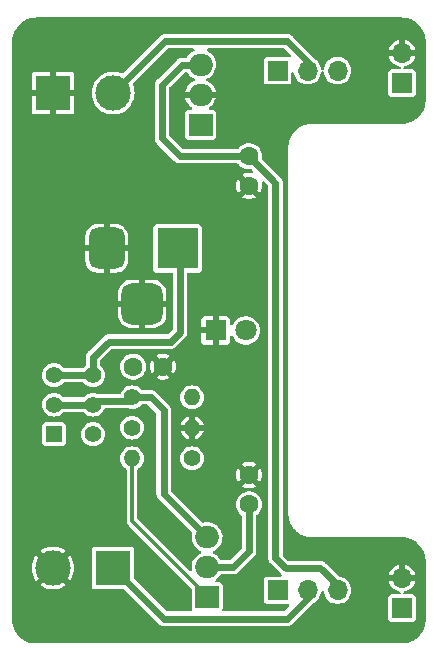
<source format=gbr>
%TF.GenerationSoftware,KiCad,Pcbnew,7.0.7*%
%TF.CreationDate,2023-12-09T08:29:27-03:00*%
%TF.ProjectId,bread_board_power_supply,62726561-645f-4626-9f61-72645f706f77,A*%
%TF.SameCoordinates,Original*%
%TF.FileFunction,Copper,L1,Top*%
%TF.FilePolarity,Positive*%
%FSLAX46Y46*%
G04 Gerber Fmt 4.6, Leading zero omitted, Abs format (unit mm)*
G04 Created by KiCad (PCBNEW 7.0.7) date 2023-12-09 08:29:27*
%MOMM*%
%LPD*%
G01*
G04 APERTURE LIST*
G04 Aperture macros list*
%AMRoundRect*
0 Rectangle with rounded corners*
0 $1 Rounding radius*
0 $2 $3 $4 $5 $6 $7 $8 $9 X,Y pos of 4 corners*
0 Add a 4 corners polygon primitive as box body*
4,1,4,$2,$3,$4,$5,$6,$7,$8,$9,$2,$3,0*
0 Add four circle primitives for the rounded corners*
1,1,$1+$1,$2,$3*
1,1,$1+$1,$4,$5*
1,1,$1+$1,$6,$7*
1,1,$1+$1,$8,$9*
0 Add four rect primitives between the rounded corners*
20,1,$1+$1,$2,$3,$4,$5,0*
20,1,$1+$1,$4,$5,$6,$7,0*
20,1,$1+$1,$6,$7,$8,$9,0*
20,1,$1+$1,$8,$9,$2,$3,0*%
G04 Aperture macros list end*
%TA.AperFunction,ComponentPad*%
%ADD10R,3.000000X3.000000*%
%TD*%
%TA.AperFunction,ComponentPad*%
%ADD11C,3.000000*%
%TD*%
%TA.AperFunction,ComponentPad*%
%ADD12C,1.600000*%
%TD*%
%TA.AperFunction,ComponentPad*%
%ADD13R,1.700000X1.700000*%
%TD*%
%TA.AperFunction,ComponentPad*%
%ADD14O,1.700000X1.700000*%
%TD*%
%TA.AperFunction,ComponentPad*%
%ADD15R,1.800000X1.800000*%
%TD*%
%TA.AperFunction,ComponentPad*%
%ADD16C,1.800000*%
%TD*%
%TA.AperFunction,ComponentPad*%
%ADD17C,1.400000*%
%TD*%
%TA.AperFunction,ComponentPad*%
%ADD18O,1.400000X1.400000*%
%TD*%
%TA.AperFunction,ComponentPad*%
%ADD19R,1.400000X1.400000*%
%TD*%
%TA.AperFunction,ComponentPad*%
%ADD20R,3.500000X3.500000*%
%TD*%
%TA.AperFunction,ComponentPad*%
%ADD21RoundRect,0.750000X-0.750000X-1.000000X0.750000X-1.000000X0.750000X1.000000X-0.750000X1.000000X0*%
%TD*%
%TA.AperFunction,ComponentPad*%
%ADD22RoundRect,0.875000X-0.875000X-0.875000X0.875000X-0.875000X0.875000X0.875000X-0.875000X0.875000X0*%
%TD*%
%TA.AperFunction,ComponentPad*%
%ADD23R,2.000000X1.905000*%
%TD*%
%TA.AperFunction,ComponentPad*%
%ADD24O,2.000000X1.905000*%
%TD*%
%TA.AperFunction,Conductor*%
%ADD25C,0.609600*%
%TD*%
%TA.AperFunction,Conductor*%
%ADD26C,0.304800*%
%TD*%
G04 APERTURE END LIST*
D10*
%TO.P,J7,1,Pin_1*%
%TO.N,/DOWN*%
X134536100Y-116601600D03*
D11*
%TO.P,J7,2,Pin_2*%
%TO.N,GND*%
X129456100Y-116601600D03*
%TD*%
D12*
%TO.P,C3,1*%
%TO.N,/3V3*%
X146050000Y-111232000D03*
%TO.P,C3,2*%
%TO.N,GND*%
X146050000Y-108732000D03*
%TD*%
D13*
%TO.P,J6,1,Pin_1*%
%TO.N,/3V3*%
X148460000Y-118500000D03*
D14*
%TO.P,J6,2,Pin_2*%
%TO.N,/DOWN*%
X151000000Y-118500000D03*
%TO.P,J6,3,Pin_3*%
%TO.N,/5V*%
X153540000Y-118500000D03*
%TD*%
D15*
%TO.P,D1,1,K*%
%TO.N,GND*%
X143225000Y-96500000D03*
D16*
%TO.P,D1,2,A*%
%TO.N,Net-(D1-A)*%
X145765000Y-96500000D03*
%TD*%
D17*
%TO.P,R2,1*%
%TO.N,/3V3*%
X141224000Y-107315000D03*
D18*
%TO.P,R2,2*%
%TO.N,Net-(U2-ADJ)*%
X136144000Y-107315000D03*
%TD*%
D10*
%TO.P,J4,1,Pin_1*%
%TO.N,GND*%
X129463900Y-76398400D03*
D11*
%TO.P,J4,2,Pin_2*%
%TO.N,/UP*%
X134543900Y-76398400D03*
%TD*%
D13*
%TO.P,J3,1,Pin_1*%
%TO.N,/3V3*%
X148460000Y-74500000D03*
D14*
%TO.P,J3,2,Pin_2*%
%TO.N,/UP*%
X151000000Y-74500000D03*
%TO.P,J3,3,Pin_3*%
%TO.N,/5V*%
X153540000Y-74500000D03*
%TD*%
D19*
%TO.P,SW1,1,A*%
%TO.N,unconnected-(SW1A-A-Pad1)*%
X129540000Y-105277500D03*
D17*
%TO.P,SW1,2,B*%
%TO.N,/12V*%
X129540000Y-102777500D03*
%TO.P,SW1,3,C*%
%TO.N,Net-(SW1A-C)*%
X129540000Y-100277500D03*
%TO.P,SW1,4,A*%
%TO.N,unconnected-(SW1B-A-Pad4)*%
X132840000Y-105277500D03*
%TO.P,SW1,5,B*%
%TO.N,/12V*%
X132840000Y-102777500D03*
%TO.P,SW1,6,C*%
%TO.N,Net-(SW1A-C)*%
X132840000Y-100277500D03*
%TD*%
D20*
%TO.P,J1,1*%
%TO.N,Net-(SW1A-C)*%
X140000000Y-89542500D03*
D21*
%TO.P,J1,2*%
%TO.N,GND*%
X134000000Y-89542500D03*
D22*
%TO.P,J1,3*%
X137000000Y-94242500D03*
%TD*%
D13*
%TO.P,J2,1,Pin_1*%
%TO.N,/UP*%
X159000000Y-75540000D03*
D14*
%TO.P,J2,2,Pin_2*%
%TO.N,GND*%
X159000000Y-73000000D03*
%TD*%
D12*
%TO.P,C2,1*%
%TO.N,/5V*%
X146050000Y-81750000D03*
%TO.P,C2,2*%
%TO.N,GND*%
X146050000Y-84250000D03*
%TD*%
D23*
%TO.P,U1,1,VI*%
%TO.N,/12V*%
X141945000Y-79080000D03*
D24*
%TO.P,U1,2,GND*%
%TO.N,GND*%
X141945000Y-76540000D03*
%TO.P,U1,3,VO*%
%TO.N,/5V*%
X141945000Y-74000000D03*
%TD*%
D12*
%TO.P,C1,1*%
%TO.N,/12V*%
X136244000Y-99568000D03*
%TO.P,C1,2*%
%TO.N,GND*%
X138744000Y-99568000D03*
%TD*%
D17*
%TO.P,R1,1*%
%TO.N,/12V*%
X136144000Y-102150333D03*
D18*
%TO.P,R1,2*%
%TO.N,Net-(D1-A)*%
X141224000Y-102150333D03*
%TD*%
D17*
%TO.P,R3,1*%
%TO.N,Net-(U2-ADJ)*%
X136144000Y-104732666D03*
D18*
%TO.P,R3,2*%
%TO.N,GND*%
X141224000Y-104732666D03*
%TD*%
D13*
%TO.P,J5,1,Pin_1*%
%TO.N,/DOWN*%
X159000000Y-120000000D03*
D14*
%TO.P,J5,2,Pin_2*%
%TO.N,GND*%
X159000000Y-117460000D03*
%TD*%
D23*
%TO.P,U2,1,ADJ*%
%TO.N,Net-(U2-ADJ)*%
X142500000Y-119080000D03*
D24*
%TO.P,U2,2,VO*%
%TO.N,/3V3*%
X142500000Y-116540000D03*
%TO.P,U2,3,VI*%
%TO.N,/12V*%
X142500000Y-114000000D03*
%TD*%
D25*
%TO.N,Net-(SW1A-C)*%
X140208000Y-89750500D02*
X140000000Y-89542500D01*
X134162800Y-97434400D02*
X139420600Y-97434400D01*
X140208000Y-96647000D02*
X140208000Y-89750500D01*
X132840000Y-98757200D02*
X134162800Y-97434400D01*
X132840000Y-100277500D02*
X132840000Y-98757200D01*
X139420600Y-97434400D02*
X140208000Y-96647000D01*
%TO.N,/5V*%
X149148800Y-116636800D02*
X152095200Y-116636800D01*
X152095200Y-116636800D02*
X153540000Y-118081600D01*
X148285200Y-115773200D02*
X149148800Y-116636800D01*
X153540000Y-118081600D02*
X153540000Y-118500000D01*
X148285200Y-83985200D02*
X148285200Y-115773200D01*
X146050000Y-81750000D02*
X148285200Y-83985200D01*
%TO.N,/UP*%
X151000000Y-73733200D02*
X151000000Y-74500000D01*
X149275800Y-72009000D02*
X151000000Y-73733200D01*
X134543900Y-76398400D02*
X138933300Y-72009000D01*
X138933300Y-72009000D02*
X149275800Y-72009000D01*
%TO.N,/DOWN*%
X151000000Y-119179800D02*
X151000000Y-118500000D01*
X149275800Y-120904000D02*
X151000000Y-119179800D01*
X138838500Y-120904000D02*
X149275800Y-120904000D01*
X134536100Y-116601600D02*
X138838500Y-120904000D01*
%TO.N,/12V*%
X137710333Y-102150333D02*
X138811000Y-103251000D01*
X129540000Y-102777500D02*
X132840000Y-102777500D01*
X133128500Y-102489000D02*
X135805333Y-102489000D01*
X135805333Y-102489000D02*
X136144000Y-102150333D01*
X132840000Y-102777500D02*
X133128500Y-102489000D01*
X138811000Y-110311000D02*
X142500000Y-114000000D01*
X138811000Y-103251000D02*
X138811000Y-110311000D01*
X136144000Y-102150333D02*
X137710333Y-102150333D01*
%TO.N,/3V3*%
X146050000Y-115189000D02*
X144699000Y-116540000D01*
X144699000Y-116540000D02*
X142500000Y-116540000D01*
X146050000Y-111232000D02*
X146050000Y-115189000D01*
%TO.N,/5V*%
X141945000Y-74000000D02*
X140376000Y-74000000D01*
X140208000Y-81750000D02*
X146050000Y-81750000D01*
X140376000Y-74000000D02*
X138684000Y-75692000D01*
X138684000Y-75692000D02*
X138684000Y-80226000D01*
X138684000Y-80226000D02*
X140208000Y-81750000D01*
%TO.N,Net-(SW1A-C)*%
X129540000Y-100277500D02*
X132840000Y-100277500D01*
D26*
%TO.N,Net-(U2-ADJ)*%
X142500000Y-119005000D02*
X136144000Y-112649000D01*
X136144000Y-112649000D02*
X136144000Y-107315000D01*
X142500000Y-119080000D02*
X142500000Y-119005000D01*
%TD*%
%TA.AperFunction,Conductor*%
%TO.N,GND*%
G36*
X159002057Y-70000634D02*
G01*
X159083743Y-70005988D01*
X159265384Y-70018980D01*
X159273165Y-70020028D01*
X159389441Y-70043157D01*
X159533606Y-70074518D01*
X159540437Y-70076414D01*
X159659429Y-70116806D01*
X159791699Y-70166140D01*
X159797542Y-70168664D01*
X159912952Y-70225578D01*
X160034870Y-70292150D01*
X160039678Y-70295061D01*
X160146634Y-70366527D01*
X160149377Y-70368469D01*
X160189070Y-70398182D01*
X160258611Y-70450240D01*
X160262384Y-70453299D01*
X160359486Y-70538456D01*
X160362480Y-70541260D01*
X160458737Y-70637517D01*
X160461542Y-70640512D01*
X160546699Y-70737614D01*
X160549769Y-70741401D01*
X160631529Y-70850621D01*
X160633478Y-70853374D01*
X160704935Y-70960317D01*
X160707848Y-70965127D01*
X160774421Y-71087047D01*
X160820611Y-71180710D01*
X160831334Y-71202455D01*
X160831335Y-71202456D01*
X160833861Y-71208307D01*
X160883192Y-71340568D01*
X160923577Y-71459536D01*
X160925482Y-71466401D01*
X160956847Y-71610580D01*
X160979968Y-71726821D01*
X160981019Y-71734625D01*
X160994017Y-71916350D01*
X160999365Y-71997938D01*
X160999500Y-72002060D01*
X160999500Y-76997939D01*
X160999365Y-77002061D01*
X160994017Y-77083649D01*
X160981019Y-77265373D01*
X160979968Y-77273176D01*
X160956847Y-77389419D01*
X160925482Y-77533597D01*
X160923577Y-77540462D01*
X160883195Y-77659424D01*
X160833861Y-77791691D01*
X160831335Y-77797542D01*
X160774421Y-77912952D01*
X160707848Y-78034871D01*
X160704935Y-78039681D01*
X160633478Y-78146624D01*
X160631529Y-78149377D01*
X160549769Y-78258597D01*
X160546699Y-78262384D01*
X160461542Y-78359486D01*
X160458723Y-78362496D01*
X160362496Y-78458723D01*
X160359486Y-78461542D01*
X160262384Y-78546699D01*
X160258597Y-78549769D01*
X160149377Y-78631529D01*
X160146624Y-78633478D01*
X160039681Y-78704935D01*
X160034871Y-78707848D01*
X159912952Y-78774421D01*
X159797542Y-78831335D01*
X159791691Y-78833861D01*
X159659424Y-78883195D01*
X159540462Y-78923577D01*
X159533597Y-78925482D01*
X159389419Y-78956847D01*
X159273176Y-78979968D01*
X159265373Y-78981019D01*
X159083649Y-78994017D01*
X159026507Y-78997762D01*
X159002057Y-78999365D01*
X158997940Y-78999500D01*
X151417567Y-78999500D01*
X151412357Y-78997970D01*
X151393221Y-78999339D01*
X151388724Y-78999500D01*
X151252877Y-78999500D01*
X151108585Y-79018497D01*
X151108026Y-79018409D01*
X151104284Y-79019062D01*
X151090482Y-79020880D01*
X151086750Y-79021259D01*
X151009937Y-79026753D01*
X150996666Y-79031559D01*
X150996938Y-79032923D01*
X150992895Y-79033727D01*
X150833241Y-79076506D01*
X150832469Y-79076487D01*
X150828119Y-79077878D01*
X150800123Y-79085379D01*
X150797211Y-79086086D01*
X150747131Y-79096980D01*
X150739400Y-79101677D01*
X150572375Y-79170861D01*
X150570978Y-79171011D01*
X150570695Y-79171166D01*
X150564609Y-79174077D01*
X150506629Y-79198093D01*
X150492090Y-79203516D01*
X150485814Y-79208589D01*
X150328119Y-79299634D01*
X150325830Y-79300189D01*
X150324361Y-79301289D01*
X150318106Y-79305415D01*
X150270199Y-79333074D01*
X150270193Y-79333078D01*
X150268111Y-79334676D01*
X150254632Y-79343451D01*
X150249244Y-79349153D01*
X150104296Y-79460377D01*
X150101206Y-79461571D01*
X150099075Y-79463703D01*
X150092875Y-79469140D01*
X150062153Y-79492714D01*
X150062143Y-79492723D01*
X150049181Y-79505685D01*
X150037934Y-79515430D01*
X150034096Y-79520769D01*
X149904769Y-79650096D01*
X149900948Y-79652182D01*
X149889685Y-79665181D01*
X149876723Y-79678143D01*
X149876714Y-79678153D01*
X149853140Y-79708875D01*
X149847703Y-79715075D01*
X149846536Y-79716242D01*
X149844377Y-79720296D01*
X149733153Y-79865244D01*
X149728972Y-79868296D01*
X149718676Y-79884111D01*
X149717078Y-79886193D01*
X149717074Y-79886199D01*
X149689415Y-79934106D01*
X149685289Y-79940361D01*
X149684773Y-79941049D01*
X149683634Y-79944119D01*
X149592589Y-80101814D01*
X149588349Y-80105856D01*
X149582093Y-80122629D01*
X149558077Y-80180609D01*
X149555304Y-80186404D01*
X149554861Y-80188375D01*
X149485677Y-80355400D01*
X149481547Y-80360524D01*
X149470086Y-80413211D01*
X149469379Y-80416123D01*
X149461878Y-80444119D01*
X149460606Y-80448098D01*
X149460506Y-80449241D01*
X149417727Y-80608895D01*
X149416923Y-80612938D01*
X149415011Y-80612557D01*
X149411076Y-80621408D01*
X149405258Y-80702754D01*
X149404879Y-80706485D01*
X149403063Y-80720282D01*
X149402458Y-80723752D01*
X149402497Y-80724585D01*
X149383500Y-80868877D01*
X149383500Y-81004744D01*
X149383339Y-81009240D01*
X149382134Y-81026078D01*
X149383500Y-81033575D01*
X149383500Y-111966432D01*
X149381970Y-111971641D01*
X149383339Y-111990778D01*
X149383500Y-111995275D01*
X149383500Y-112131121D01*
X149402497Y-112275413D01*
X149402410Y-112275968D01*
X149403063Y-112279713D01*
X149404880Y-112293520D01*
X149405259Y-112297250D01*
X149410755Y-112374088D01*
X149415551Y-112387334D01*
X149416923Y-112387062D01*
X149417727Y-112391104D01*
X149460505Y-112550756D01*
X149460486Y-112551525D01*
X149461876Y-112555874D01*
X149469379Y-112583876D01*
X149470086Y-112586789D01*
X149480980Y-112636869D01*
X149485675Y-112644596D01*
X149494669Y-112666308D01*
X149554860Y-112811623D01*
X149555010Y-112813019D01*
X149555166Y-112813305D01*
X149558078Y-112819391D01*
X149582094Y-112877372D01*
X149587517Y-112891911D01*
X149592589Y-112898185D01*
X149683633Y-113055879D01*
X149684187Y-113058163D01*
X149685282Y-113059626D01*
X149689412Y-113065888D01*
X149717076Y-113113804D01*
X149717078Y-113113807D01*
X149718673Y-113115885D01*
X149727450Y-113129365D01*
X149733150Y-113134752D01*
X149796430Y-113217218D01*
X149844377Y-113279704D01*
X149845570Y-113282790D01*
X149847698Y-113284918D01*
X149853137Y-113291120D01*
X149876718Y-113321851D01*
X149876722Y-113321855D01*
X149876729Y-113321863D01*
X149889689Y-113334823D01*
X149899434Y-113346069D01*
X149904769Y-113349903D01*
X150034095Y-113479229D01*
X150036180Y-113483048D01*
X150049175Y-113494309D01*
X150062136Y-113507270D01*
X150062143Y-113507276D01*
X150062149Y-113507282D01*
X150062157Y-113507288D01*
X150062158Y-113507289D01*
X150092878Y-113530862D01*
X150099081Y-113536301D01*
X150100247Y-113537467D01*
X150104294Y-113539622D01*
X150249242Y-113650845D01*
X150252294Y-113655025D01*
X150268121Y-113665331D01*
X150270197Y-113666924D01*
X150295085Y-113681293D01*
X150318111Y-113694587D01*
X150324374Y-113698717D01*
X150325058Y-113699229D01*
X150328120Y-113700366D01*
X150485812Y-113791409D01*
X150489851Y-113795645D01*
X150506555Y-113801875D01*
X150564624Y-113825928D01*
X150570405Y-113828694D01*
X150572370Y-113829136D01*
X150739399Y-113898322D01*
X150744520Y-113902449D01*
X150797185Y-113913906D01*
X150800053Y-113914601D01*
X150828144Y-113922128D01*
X150832098Y-113923392D01*
X150833234Y-113923492D01*
X150992884Y-113966270D01*
X150992891Y-113966270D01*
X150992899Y-113966273D01*
X150996938Y-113967077D01*
X150996544Y-113969055D01*
X151005276Y-113972912D01*
X151086736Y-113978739D01*
X151090464Y-113979117D01*
X151104312Y-113980940D01*
X151107759Y-113981540D01*
X151108580Y-113981502D01*
X151252880Y-114000500D01*
X151383901Y-114000500D01*
X151388738Y-114000500D01*
X151393234Y-114000661D01*
X151410064Y-114001864D01*
X151417568Y-114000500D01*
X158997941Y-114000500D01*
X159002057Y-114000634D01*
X159083743Y-114005988D01*
X159265384Y-114018980D01*
X159273165Y-114020028D01*
X159389441Y-114043157D01*
X159533606Y-114074518D01*
X159540437Y-114076414D01*
X159659429Y-114116806D01*
X159791699Y-114166140D01*
X159797542Y-114168664D01*
X159912952Y-114225578D01*
X160014488Y-114281021D01*
X160034870Y-114292150D01*
X160039678Y-114295061D01*
X160146634Y-114366527D01*
X160149377Y-114368469D01*
X160178476Y-114390252D01*
X160258611Y-114450240D01*
X160262384Y-114453299D01*
X160359486Y-114538456D01*
X160362480Y-114541260D01*
X160458737Y-114637517D01*
X160461542Y-114640512D01*
X160546699Y-114737614D01*
X160549769Y-114741401D01*
X160631529Y-114850621D01*
X160633478Y-114853374D01*
X160704935Y-114960317D01*
X160707848Y-114965127D01*
X160774421Y-115087047D01*
X160831335Y-115202456D01*
X160833861Y-115208307D01*
X160883192Y-115340568D01*
X160922954Y-115457702D01*
X160923577Y-115459536D01*
X160925482Y-115466401D01*
X160956847Y-115610580D01*
X160979968Y-115726821D01*
X160981019Y-115734625D01*
X160994017Y-115916350D01*
X160995670Y-115941566D01*
X160999194Y-115995337D01*
X160999365Y-115997938D01*
X160999500Y-116002060D01*
X160999500Y-120997939D01*
X160999365Y-121002061D01*
X160994017Y-121083649D01*
X160981019Y-121265373D01*
X160979968Y-121273176D01*
X160956847Y-121389419D01*
X160925482Y-121533597D01*
X160923577Y-121540462D01*
X160883195Y-121659424D01*
X160833861Y-121791691D01*
X160831335Y-121797542D01*
X160774421Y-121912952D01*
X160707848Y-122034871D01*
X160704935Y-122039681D01*
X160633478Y-122146624D01*
X160631529Y-122149377D01*
X160549769Y-122258597D01*
X160546699Y-122262384D01*
X160461542Y-122359486D01*
X160458723Y-122362496D01*
X160362496Y-122458723D01*
X160359486Y-122461542D01*
X160262384Y-122546699D01*
X160258597Y-122549769D01*
X160149377Y-122631529D01*
X160146624Y-122633478D01*
X160039681Y-122704935D01*
X160034871Y-122707848D01*
X159912952Y-122774421D01*
X159797542Y-122831335D01*
X159791691Y-122833861D01*
X159659424Y-122883195D01*
X159540462Y-122923577D01*
X159533597Y-122925482D01*
X159389419Y-122956847D01*
X159273176Y-122979968D01*
X159265373Y-122981019D01*
X159083649Y-122994017D01*
X159026507Y-122997762D01*
X159002057Y-122999365D01*
X158997940Y-122999500D01*
X128002060Y-122999500D01*
X127997942Y-122999365D01*
X127969828Y-122997522D01*
X127916350Y-122994017D01*
X127734625Y-122981019D01*
X127726821Y-122979968D01*
X127610580Y-122956847D01*
X127466401Y-122925482D01*
X127459539Y-122923577D01*
X127340575Y-122883195D01*
X127287464Y-122863385D01*
X127208307Y-122833861D01*
X127202456Y-122831335D01*
X127087047Y-122774421D01*
X126965127Y-122707848D01*
X126960317Y-122704935D01*
X126853374Y-122633478D01*
X126850621Y-122631529D01*
X126771860Y-122572570D01*
X126741394Y-122549763D01*
X126737614Y-122546699D01*
X126640512Y-122461542D01*
X126637517Y-122458737D01*
X126541260Y-122362480D01*
X126538456Y-122359486D01*
X126453299Y-122262384D01*
X126450240Y-122258611D01*
X126398182Y-122189070D01*
X126368469Y-122149377D01*
X126366520Y-122146624D01*
X126295063Y-122039681D01*
X126292150Y-122034870D01*
X126225578Y-121912952D01*
X126168664Y-121797542D01*
X126166140Y-121791699D01*
X126116805Y-121659424D01*
X126076414Y-121540437D01*
X126074518Y-121533606D01*
X126043157Y-121389441D01*
X126020028Y-121273165D01*
X126018980Y-121265384D01*
X126005988Y-121083743D01*
X126000634Y-121002057D01*
X126000500Y-120997941D01*
X126000500Y-116601600D01*
X127646239Y-116601600D01*
X127666455Y-116871350D01*
X127726644Y-117135061D01*
X127825468Y-117386862D01*
X127825470Y-117386866D01*
X127960721Y-117621128D01*
X128012469Y-117686018D01*
X128656568Y-117041918D01*
X128718881Y-117007893D01*
X128789696Y-117012957D01*
X128846532Y-117055504D01*
X128846731Y-117055770D01*
X128871904Y-117089582D01*
X128899533Y-117126694D01*
X128994045Y-117206000D01*
X129006630Y-117216560D01*
X129045956Y-117275670D01*
X129047082Y-117346658D01*
X129014733Y-117402176D01*
X128370858Y-118046050D01*
X128551174Y-118168988D01*
X128551175Y-118168989D01*
X128794874Y-118286348D01*
X128794892Y-118286355D01*
X129053357Y-118366081D01*
X129053369Y-118366083D01*
X129320853Y-118406400D01*
X129591347Y-118406400D01*
X129858830Y-118366083D01*
X129858842Y-118366081D01*
X130117310Y-118286354D01*
X130117317Y-118286351D01*
X130361033Y-118168985D01*
X130361035Y-118168984D01*
X130541339Y-118046052D01*
X130541340Y-118046050D01*
X129897518Y-117402228D01*
X129863492Y-117339916D01*
X129868557Y-117269101D01*
X129911104Y-117212265D01*
X129917350Y-117207878D01*
X129947944Y-117187757D01*
X130069864Y-117058530D01*
X130069864Y-117058529D01*
X130074900Y-117053192D01*
X130076058Y-117054284D01*
X130125873Y-117016778D01*
X130196674Y-117011518D01*
X130259080Y-117045371D01*
X130259326Y-117045616D01*
X130899729Y-117686019D01*
X130899730Y-117686018D01*
X130951473Y-117621135D01*
X130951479Y-117621127D01*
X131086729Y-117386866D01*
X131086731Y-117386862D01*
X131185555Y-117135061D01*
X131245744Y-116871350D01*
X131265960Y-116601600D01*
X131245744Y-116331849D01*
X131185555Y-116068138D01*
X131086731Y-115816337D01*
X131086729Y-115816333D01*
X130951479Y-115582072D01*
X130899729Y-115517180D01*
X130899728Y-115517180D01*
X130255629Y-116161280D01*
X130193317Y-116195306D01*
X130122502Y-116190241D01*
X130065666Y-116147694D01*
X130065467Y-116147427D01*
X130012669Y-116076508D01*
X129998996Y-116065035D01*
X129953311Y-116026700D01*
X129905568Y-115986638D01*
X129866242Y-115927528D01*
X129865116Y-115856540D01*
X129897465Y-115801021D01*
X130541339Y-115157148D01*
X130361026Y-115034211D01*
X130361025Y-115034210D01*
X130117317Y-114916848D01*
X130117310Y-114916845D01*
X129858842Y-114837118D01*
X129858830Y-114837116D01*
X129591347Y-114796800D01*
X129320853Y-114796800D01*
X129053369Y-114837116D01*
X129053357Y-114837118D01*
X128794892Y-114916844D01*
X128794874Y-114916851D01*
X128551175Y-115034210D01*
X128551167Y-115034215D01*
X128370859Y-115157147D01*
X128370859Y-115157149D01*
X129014681Y-115800971D01*
X129048707Y-115863283D01*
X129043642Y-115934098D01*
X129001095Y-115990934D01*
X128994826Y-115995337D01*
X128964253Y-116015445D01*
X128837300Y-116150008D01*
X128836145Y-116148918D01*
X128786300Y-116186431D01*
X128715497Y-116191675D01*
X128653099Y-116157808D01*
X128652873Y-116157583D01*
X128012468Y-115517180D01*
X127960720Y-115582072D01*
X127825470Y-115816333D01*
X127825468Y-115816337D01*
X127726644Y-116068138D01*
X127666455Y-116331849D01*
X127646239Y-116601600D01*
X126000500Y-116601600D01*
X126000500Y-106023074D01*
X128534700Y-106023074D01*
X128534701Y-106023078D01*
X128537662Y-106048608D01*
X128537663Y-106048612D01*
X128583765Y-106153025D01*
X128664472Y-106233732D01*
X128664474Y-106233733D01*
X128664475Y-106233734D01*
X128768891Y-106279838D01*
X128794421Y-106282800D01*
X130285578Y-106282799D01*
X130311109Y-106279838D01*
X130415525Y-106233734D01*
X130496234Y-106153025D01*
X130542338Y-106048609D01*
X130545300Y-106023079D01*
X130545300Y-105277503D01*
X131829836Y-105277503D01*
X131849244Y-105474566D01*
X131849245Y-105474572D01*
X131849246Y-105474573D01*
X131906730Y-105664073D01*
X132000079Y-105838717D01*
X132125706Y-105991794D01*
X132278783Y-106117421D01*
X132453427Y-106210770D01*
X132642927Y-106268254D01*
X132642931Y-106268254D01*
X132642933Y-106268255D01*
X132839997Y-106287664D01*
X132840000Y-106287664D01*
X132840003Y-106287664D01*
X133037066Y-106268255D01*
X133037067Y-106268254D01*
X133037073Y-106268254D01*
X133226573Y-106210770D01*
X133401217Y-106117421D01*
X133554294Y-105991794D01*
X133679921Y-105838717D01*
X133773270Y-105664073D01*
X133830754Y-105474573D01*
X133848551Y-105293883D01*
X133850164Y-105277503D01*
X133850164Y-105277496D01*
X133830755Y-105080433D01*
X133830754Y-105080431D01*
X133830754Y-105080427D01*
X133773270Y-104890927D01*
X133688679Y-104732669D01*
X135133836Y-104732669D01*
X135153244Y-104929732D01*
X135153245Y-104929738D01*
X135153246Y-104929739D01*
X135210730Y-105119239D01*
X135304079Y-105293883D01*
X135429706Y-105446960D01*
X135582783Y-105572587D01*
X135757427Y-105665936D01*
X135946927Y-105723420D01*
X135946931Y-105723420D01*
X135946933Y-105723421D01*
X136143997Y-105742830D01*
X136144000Y-105742830D01*
X136144003Y-105742830D01*
X136341066Y-105723421D01*
X136341067Y-105723420D01*
X136341073Y-105723420D01*
X136530573Y-105665936D01*
X136705217Y-105572587D01*
X136858294Y-105446960D01*
X136983921Y-105293883D01*
X137077270Y-105119239D01*
X137134754Y-104929739D01*
X137140126Y-104875204D01*
X137154164Y-104732669D01*
X137154164Y-104732662D01*
X137134755Y-104535599D01*
X137134754Y-104535597D01*
X137134754Y-104535593D01*
X137077270Y-104346093D01*
X136983921Y-104171449D01*
X136858294Y-104018372D01*
X136705217Y-103892745D01*
X136530573Y-103799396D01*
X136341073Y-103741912D01*
X136341072Y-103741911D01*
X136341066Y-103741910D01*
X136144003Y-103722502D01*
X136143997Y-103722502D01*
X135946933Y-103741910D01*
X135757426Y-103799396D01*
X135582782Y-103892745D01*
X135429706Y-104018372D01*
X135304079Y-104171448D01*
X135210730Y-104346092D01*
X135153244Y-104535599D01*
X135133836Y-104732662D01*
X135133836Y-104732669D01*
X133688679Y-104732669D01*
X133679921Y-104716283D01*
X133554294Y-104563206D01*
X133401217Y-104437579D01*
X133226573Y-104344230D01*
X133037073Y-104286746D01*
X133037072Y-104286745D01*
X133037066Y-104286744D01*
X132840003Y-104267336D01*
X132839997Y-104267336D01*
X132642933Y-104286744D01*
X132453426Y-104344230D01*
X132278782Y-104437579D01*
X132125706Y-104563206D01*
X132000079Y-104716282D01*
X131906730Y-104890926D01*
X131849244Y-105080433D01*
X131829836Y-105277496D01*
X131829836Y-105277503D01*
X130545300Y-105277503D01*
X130545299Y-104531922D01*
X130542338Y-104506391D01*
X130496234Y-104401975D01*
X130496234Y-104401974D01*
X130415527Y-104321267D01*
X130415525Y-104321266D01*
X130311107Y-104275161D01*
X130311108Y-104275161D01*
X130285582Y-104272200D01*
X128794425Y-104272200D01*
X128794421Y-104272201D01*
X128768891Y-104275162D01*
X128768887Y-104275163D01*
X128664474Y-104321265D01*
X128583767Y-104401972D01*
X128583766Y-104401974D01*
X128537661Y-104506392D01*
X128534700Y-104531916D01*
X128534700Y-106023074D01*
X126000500Y-106023074D01*
X126000500Y-102777503D01*
X128529836Y-102777503D01*
X128549244Y-102974566D01*
X128549245Y-102974572D01*
X128549246Y-102974573D01*
X128606730Y-103164073D01*
X128700079Y-103338717D01*
X128825706Y-103491794D01*
X128978783Y-103617421D01*
X129153427Y-103710770D01*
X129342927Y-103768254D01*
X129342931Y-103768254D01*
X129342933Y-103768255D01*
X129539997Y-103787664D01*
X129540000Y-103787664D01*
X129540003Y-103787664D01*
X129737066Y-103768255D01*
X129737067Y-103768254D01*
X129737073Y-103768254D01*
X129926573Y-103710770D01*
X130101217Y-103617421D01*
X130254294Y-103491794D01*
X130301997Y-103433666D01*
X130360677Y-103393697D01*
X130399398Y-103387600D01*
X131980602Y-103387600D01*
X132048723Y-103407602D01*
X132078001Y-103433666D01*
X132125703Y-103491791D01*
X132125704Y-103491792D01*
X132125706Y-103491794D01*
X132278783Y-103617421D01*
X132453427Y-103710770D01*
X132642927Y-103768254D01*
X132642931Y-103768254D01*
X132642933Y-103768255D01*
X132839997Y-103787664D01*
X132840000Y-103787664D01*
X132840003Y-103787664D01*
X133037066Y-103768255D01*
X133037067Y-103768254D01*
X133037073Y-103768254D01*
X133226573Y-103710770D01*
X133401217Y-103617421D01*
X133554294Y-103491794D01*
X133679921Y-103338717D01*
X133772398Y-103165703D01*
X133822150Y-103115056D01*
X133883520Y-103099100D01*
X135724070Y-103099100D01*
X135739537Y-103100807D01*
X135739569Y-103100473D01*
X135747455Y-103101217D01*
X135747461Y-103101219D01*
X135788409Y-103099931D01*
X135828935Y-103105294D01*
X135946927Y-103141087D01*
X135946932Y-103141087D01*
X135946934Y-103141088D01*
X136143997Y-103160497D01*
X136144000Y-103160497D01*
X136144003Y-103160497D01*
X136341066Y-103141088D01*
X136341067Y-103141087D01*
X136341073Y-103141087D01*
X136530573Y-103083603D01*
X136705217Y-102990254D01*
X136858294Y-102864627D01*
X136905997Y-102806499D01*
X136964677Y-102766530D01*
X137003398Y-102760433D01*
X137405432Y-102760433D01*
X137473553Y-102780435D01*
X137494521Y-102797332D01*
X138163997Y-103466808D01*
X138198020Y-103529117D01*
X138200900Y-103555900D01*
X138200900Y-110229738D01*
X138199192Y-110245208D01*
X138199527Y-110245240D01*
X138198781Y-110253130D01*
X138200900Y-110320567D01*
X138200900Y-110349378D01*
X138200901Y-110349395D01*
X138201733Y-110355984D01*
X138202198Y-110361897D01*
X138203622Y-110407202D01*
X138208962Y-110425581D01*
X138212971Y-110444936D01*
X138214980Y-110460839D01*
X138215371Y-110463933D01*
X138232059Y-110506082D01*
X138233983Y-110511700D01*
X138246626Y-110555222D01*
X138246629Y-110555229D01*
X138256371Y-110571703D01*
X138265065Y-110589448D01*
X138272116Y-110607255D01*
X138298764Y-110643933D01*
X138302025Y-110648897D01*
X138325092Y-110687903D01*
X138325093Y-110687904D01*
X138325094Y-110687905D01*
X138325095Y-110687906D01*
X138338626Y-110701437D01*
X138351462Y-110716466D01*
X138362721Y-110731962D01*
X138397669Y-110760874D01*
X138402038Y-110764850D01*
X139807352Y-112170164D01*
X141201349Y-113564161D01*
X141235375Y-113626473D01*
X141235095Y-113681293D01*
X141201045Y-113830476D01*
X141201045Y-113830479D01*
X141190888Y-114056659D01*
X141193565Y-114076421D01*
X141221279Y-114281021D01*
X141291242Y-114496344D01*
X141291245Y-114496349D01*
X141398527Y-114695715D01*
X141481104Y-114799263D01*
X141539694Y-114872732D01*
X141710195Y-115021695D01*
X141904555Y-115137819D01*
X141943662Y-115152496D01*
X142000410Y-115195157D01*
X142025086Y-115261727D01*
X142009854Y-115331071D01*
X141959550Y-115381171D01*
X141954059Y-115383983D01*
X141804770Y-115455877D01*
X141804767Y-115455879D01*
X141621599Y-115588958D01*
X141621598Y-115588959D01*
X141465137Y-115752605D01*
X141340412Y-115941554D01*
X141340406Y-115941566D01*
X141251425Y-116149747D01*
X141225609Y-116262856D01*
X141201045Y-116370479D01*
X141190888Y-116596659D01*
X141197584Y-116646091D01*
X141211567Y-116749317D01*
X141200890Y-116819506D01*
X141153960Y-116872780D01*
X141085679Y-116892226D01*
X141017723Y-116871668D01*
X140997612Y-116855325D01*
X136638605Y-112496318D01*
X136604579Y-112434006D01*
X136601700Y-112407223D01*
X136601700Y-108285773D01*
X136621702Y-108217652D01*
X136668306Y-108174650D01*
X136668903Y-108174330D01*
X136705217Y-108154921D01*
X136858294Y-108029294D01*
X136983921Y-107876217D01*
X137077270Y-107701573D01*
X137134754Y-107512073D01*
X137154164Y-107315000D01*
X137134754Y-107117927D01*
X137077270Y-106928427D01*
X136983921Y-106753783D01*
X136858294Y-106600706D01*
X136705217Y-106475079D01*
X136530573Y-106381730D01*
X136341073Y-106324246D01*
X136341072Y-106324245D01*
X136341066Y-106324244D01*
X136144003Y-106304836D01*
X136143997Y-106304836D01*
X135946933Y-106324244D01*
X135757426Y-106381730D01*
X135582782Y-106475079D01*
X135429706Y-106600706D01*
X135304079Y-106753782D01*
X135210730Y-106928426D01*
X135153244Y-107117933D01*
X135133836Y-107314996D01*
X135133836Y-107315003D01*
X135153244Y-107512066D01*
X135153245Y-107512072D01*
X135153246Y-107512073D01*
X135210730Y-107701573D01*
X135304079Y-107876217D01*
X135429706Y-108029294D01*
X135582783Y-108154921D01*
X135582789Y-108154924D01*
X135619694Y-108174650D01*
X135670343Y-108224401D01*
X135686300Y-108285773D01*
X135686300Y-112619747D01*
X135685904Y-112626807D01*
X135681453Y-112666308D01*
X135692688Y-112725686D01*
X135701695Y-112785439D01*
X135704245Y-112793705D01*
X135707104Y-112801875D01*
X135707105Y-112801876D01*
X135735339Y-112855299D01*
X135745969Y-112877372D01*
X135761558Y-112909743D01*
X135766430Y-112916889D01*
X135771579Y-112923866D01*
X135814308Y-112966594D01*
X135855405Y-113010886D01*
X135855407Y-113010887D01*
X135862787Y-113016773D01*
X135862257Y-113017437D01*
X135874696Y-113026982D01*
X141157795Y-118310081D01*
X141191821Y-118372393D01*
X141194700Y-118399176D01*
X141194700Y-120078074D01*
X141194701Y-120078078D01*
X141197662Y-120103608D01*
X141197663Y-120103612D01*
X141203577Y-120117006D01*
X141212795Y-120187402D01*
X141182490Y-120251606D01*
X141122285Y-120289234D01*
X141088313Y-120293900D01*
X139143402Y-120293900D01*
X139075281Y-120273898D01*
X139054307Y-120256995D01*
X136378304Y-117580992D01*
X136344278Y-117518680D01*
X136341399Y-117491897D01*
X136341399Y-115056025D01*
X136341399Y-115056022D01*
X136338438Y-115030491D01*
X136303357Y-114951040D01*
X136292334Y-114926074D01*
X136211627Y-114845367D01*
X136211625Y-114845366D01*
X136107207Y-114799261D01*
X136107208Y-114799261D01*
X136081682Y-114796300D01*
X132990525Y-114796300D01*
X132990521Y-114796301D01*
X132964991Y-114799262D01*
X132964987Y-114799263D01*
X132860574Y-114845365D01*
X132779867Y-114926072D01*
X132779866Y-114926074D01*
X132733761Y-115030492D01*
X132730800Y-115056016D01*
X132730800Y-118147174D01*
X132730801Y-118147178D01*
X132733330Y-118168988D01*
X132733762Y-118172708D01*
X132733763Y-118172712D01*
X132779865Y-118277125D01*
X132860572Y-118357832D01*
X132860574Y-118357833D01*
X132860575Y-118357834D01*
X132964991Y-118403938D01*
X132990521Y-118406900D01*
X135426398Y-118406899D01*
X135494519Y-118426901D01*
X135515493Y-118443804D01*
X138349630Y-121277941D01*
X138359364Y-121290090D01*
X138359623Y-121289877D01*
X138364674Y-121295983D01*
X138413875Y-121342186D01*
X138434226Y-121362537D01*
X138434232Y-121362544D01*
X138434235Y-121362546D01*
X138439479Y-121366613D01*
X138443994Y-121370469D01*
X138477042Y-121401504D01*
X138477044Y-121401505D01*
X138493818Y-121410727D01*
X138510345Y-121421583D01*
X138525466Y-121433312D01*
X138525468Y-121433313D01*
X138567059Y-121451311D01*
X138572384Y-121453919D01*
X138612122Y-121475765D01*
X138630665Y-121480525D01*
X138649375Y-121486932D01*
X138666932Y-121494531D01*
X138711700Y-121501621D01*
X138717511Y-121502823D01*
X138761426Y-121514100D01*
X138780564Y-121514100D01*
X138800275Y-121515651D01*
X138819184Y-121518646D01*
X138864317Y-121514380D01*
X138870250Y-121514100D01*
X149194536Y-121514100D01*
X149210003Y-121515807D01*
X149210035Y-121515473D01*
X149217927Y-121516219D01*
X149217927Y-121516218D01*
X149217928Y-121516219D01*
X149285368Y-121514100D01*
X149314183Y-121514100D01*
X149314184Y-121514100D01*
X149314184Y-121514099D01*
X149319475Y-121513430D01*
X149320765Y-121513268D01*
X149326683Y-121512801D01*
X149371999Y-121511378D01*
X149390383Y-121506035D01*
X149409737Y-121502027D01*
X149428732Y-121499629D01*
X149470882Y-121482939D01*
X149476493Y-121481018D01*
X149520025Y-121468372D01*
X149536499Y-121458628D01*
X149554250Y-121449932D01*
X149572054Y-121442884D01*
X149608760Y-121416214D01*
X149613670Y-121412989D01*
X149652706Y-121389905D01*
X149666236Y-121376374D01*
X149681276Y-121363530D01*
X149696754Y-121352285D01*
X149696754Y-121352284D01*
X149696762Y-121352279D01*
X149725674Y-121317328D01*
X149729641Y-121312968D01*
X150147035Y-120895574D01*
X157844700Y-120895574D01*
X157844701Y-120895578D01*
X157847662Y-120921108D01*
X157847663Y-120921112D01*
X157893765Y-121025525D01*
X157974472Y-121106232D01*
X157974474Y-121106233D01*
X157974475Y-121106234D01*
X158078891Y-121152338D01*
X158104421Y-121155300D01*
X159895578Y-121155299D01*
X159921109Y-121152338D01*
X160025525Y-121106234D01*
X160106234Y-121025525D01*
X160152338Y-120921109D01*
X160155300Y-120895579D01*
X160155299Y-119104422D01*
X160152338Y-119078891D01*
X160106234Y-118974475D01*
X160106234Y-118974474D01*
X160025527Y-118893767D01*
X160025525Y-118893766D01*
X159921107Y-118847661D01*
X159921108Y-118847661D01*
X159895583Y-118844700D01*
X159236904Y-118844700D01*
X159168783Y-118824698D01*
X159122290Y-118771042D01*
X159112186Y-118700768D01*
X159141680Y-118636188D01*
X159201406Y-118597804D01*
X159213752Y-118594845D01*
X159317380Y-118575473D01*
X159516945Y-118498161D01*
X159516950Y-118498159D01*
X159698905Y-118385497D01*
X159857064Y-118241316D01*
X159986035Y-118070529D01*
X160081431Y-117878948D01*
X160081433Y-117878943D01*
X160128364Y-117714000D01*
X159614844Y-117714000D01*
X159546723Y-117693998D01*
X159500230Y-117640342D01*
X159490126Y-117570068D01*
X159493947Y-117552504D01*
X159500000Y-117531888D01*
X159500000Y-117388111D01*
X159493947Y-117367496D01*
X159493948Y-117296500D01*
X159532333Y-117236774D01*
X159596914Y-117207282D01*
X159614844Y-117206000D01*
X160128364Y-117206000D01*
X160081433Y-117041056D01*
X160081431Y-117041051D01*
X159986035Y-116849470D01*
X159857064Y-116678683D01*
X159698905Y-116534502D01*
X159516950Y-116421840D01*
X159516945Y-116421838D01*
X159317381Y-116344526D01*
X159254000Y-116332678D01*
X159254000Y-116845966D01*
X159233998Y-116914087D01*
X159180342Y-116960580D01*
X159110069Y-116970683D01*
X159110068Y-116970683D01*
X159035768Y-116960000D01*
X159035763Y-116960000D01*
X158964237Y-116960000D01*
X158964231Y-116960000D01*
X158889932Y-116970683D01*
X158819658Y-116960580D01*
X158766002Y-116914087D01*
X158746000Y-116845966D01*
X158746000Y-116332678D01*
X158682618Y-116344526D01*
X158483054Y-116421838D01*
X158483049Y-116421840D01*
X158301094Y-116534502D01*
X158142935Y-116678683D01*
X158013964Y-116849470D01*
X157918568Y-117041051D01*
X157918566Y-117041056D01*
X157871636Y-117206000D01*
X158385156Y-117206000D01*
X158453277Y-117226002D01*
X158499770Y-117279658D01*
X158509874Y-117349932D01*
X158506053Y-117367496D01*
X158500000Y-117388111D01*
X158500000Y-117531888D01*
X158506053Y-117552504D01*
X158506052Y-117623500D01*
X158467667Y-117683226D01*
X158403086Y-117712718D01*
X158385156Y-117714000D01*
X157871636Y-117714000D01*
X157918566Y-117878943D01*
X157918568Y-117878948D01*
X158013964Y-118070529D01*
X158142935Y-118241316D01*
X158301094Y-118385497D01*
X158483049Y-118498159D01*
X158483054Y-118498161D01*
X158682619Y-118575473D01*
X158786249Y-118594845D01*
X158849535Y-118627024D01*
X158885377Y-118688309D01*
X158882396Y-118759243D01*
X158841539Y-118817305D01*
X158775776Y-118844060D01*
X158763097Y-118844700D01*
X158104425Y-118844700D01*
X158104421Y-118844701D01*
X158078891Y-118847662D01*
X158078887Y-118847663D01*
X157974474Y-118893765D01*
X157893767Y-118974472D01*
X157893766Y-118974474D01*
X157847661Y-119078892D01*
X157844700Y-119104416D01*
X157844700Y-120895574D01*
X150147035Y-120895574D01*
X151373944Y-119668665D01*
X151386094Y-119658934D01*
X151385879Y-119658674D01*
X151391978Y-119653628D01*
X151391983Y-119653626D01*
X151393193Y-119652338D01*
X151438169Y-119604442D01*
X151458542Y-119584070D01*
X151458542Y-119584069D01*
X151458547Y-119584065D01*
X151462629Y-119578800D01*
X151466466Y-119574307D01*
X151470553Y-119569956D01*
X151512261Y-119541842D01*
X151511947Y-119541211D01*
X151516738Y-119538824D01*
X151516902Y-119538714D01*
X151517167Y-119538612D01*
X151699206Y-119425899D01*
X151857434Y-119281655D01*
X151986464Y-119110792D01*
X152081900Y-118919130D01*
X152140494Y-118713195D01*
X152144537Y-118669555D01*
X152170739Y-118603573D01*
X152228456Y-118562229D01*
X152299362Y-118558652D01*
X152360946Y-118593978D01*
X152393656Y-118656991D01*
X152395461Y-118669545D01*
X152398939Y-118707084D01*
X152399506Y-118713196D01*
X152458098Y-118919125D01*
X152458099Y-118919127D01*
X152458100Y-118919130D01*
X152553536Y-119110792D01*
X152553537Y-119110793D01*
X152682564Y-119281654D01*
X152840791Y-119425897D01*
X152840793Y-119425898D01*
X152840794Y-119425899D01*
X153022833Y-119538612D01*
X153085339Y-119562827D01*
X153222476Y-119615955D01*
X153222479Y-119615955D01*
X153222483Y-119615957D01*
X153432946Y-119655300D01*
X153432950Y-119655300D01*
X153647050Y-119655300D01*
X153647054Y-119655300D01*
X153857517Y-119615957D01*
X153857521Y-119615955D01*
X153857523Y-119615955D01*
X153920023Y-119591741D01*
X154057167Y-119538612D01*
X154239206Y-119425899D01*
X154397434Y-119281655D01*
X154526464Y-119110792D01*
X154621900Y-118919130D01*
X154680494Y-118713195D01*
X154700249Y-118500000D01*
X154680494Y-118286805D01*
X154621900Y-118080870D01*
X154526464Y-117889208D01*
X154420238Y-117748542D01*
X154397435Y-117718345D01*
X154239208Y-117574102D01*
X154057167Y-117461388D01*
X154057160Y-117461385D01*
X153857521Y-117384044D01*
X153857514Y-117384042D01*
X153708599Y-117356204D01*
X153645313Y-117324025D01*
X153642657Y-117321445D01*
X152584068Y-116262856D01*
X152574335Y-116250708D01*
X152574076Y-116250923D01*
X152569028Y-116244820D01*
X152569026Y-116244817D01*
X152519841Y-116198629D01*
X152511453Y-116190241D01*
X152499469Y-116178256D01*
X152494208Y-116174175D01*
X152489695Y-116170320D01*
X152465601Y-116147694D01*
X152456658Y-116139296D01*
X152456656Y-116139295D01*
X152456655Y-116139294D01*
X152439885Y-116130075D01*
X152423357Y-116119218D01*
X152412888Y-116111097D01*
X152408234Y-116107487D01*
X152408230Y-116107485D01*
X152408228Y-116107484D01*
X152383460Y-116096766D01*
X152366630Y-116089482D01*
X152361303Y-116086873D01*
X152321579Y-116065035D01*
X152303030Y-116060272D01*
X152284333Y-116053870D01*
X152266764Y-116046267D01*
X152221988Y-116039175D01*
X152216174Y-116037971D01*
X152192352Y-116031855D01*
X152172274Y-116026700D01*
X152172273Y-116026700D01*
X152153136Y-116026700D01*
X152133425Y-116025149D01*
X152114516Y-116022154D01*
X152114515Y-116022154D01*
X152069383Y-116026420D01*
X152063450Y-116026700D01*
X149453702Y-116026700D01*
X149385581Y-116006698D01*
X149364607Y-115989795D01*
X148932204Y-115557392D01*
X148898178Y-115495080D01*
X148895300Y-115468306D01*
X148895300Y-84066463D01*
X148897007Y-84050996D01*
X148896673Y-84050965D01*
X148897419Y-84043072D01*
X148895300Y-83975632D01*
X148895300Y-83946822D01*
X148895300Y-83946817D01*
X148894465Y-83940215D01*
X148894001Y-83934319D01*
X148892578Y-83889001D01*
X148887236Y-83870616D01*
X148883228Y-83851263D01*
X148880829Y-83832268D01*
X148864133Y-83790101D01*
X148862217Y-83784501D01*
X148849572Y-83740973D01*
X148839830Y-83724501D01*
X148831129Y-83706741D01*
X148824084Y-83688946D01*
X148824082Y-83688943D01*
X148824081Y-83688941D01*
X148797436Y-83652268D01*
X148794174Y-83647303D01*
X148771105Y-83608294D01*
X148757572Y-83594761D01*
X148744737Y-83579734D01*
X148733479Y-83564238D01*
X148698539Y-83535333D01*
X148694157Y-83531346D01*
X147180894Y-82018082D01*
X147146868Y-81955770D01*
X147144527Y-81917361D01*
X147160035Y-81750000D01*
X147141135Y-81546032D01*
X147141134Y-81546028D01*
X147085079Y-81349014D01*
X147085077Y-81349009D01*
X146993771Y-81165642D01*
X146936522Y-81089832D01*
X146870327Y-81002174D01*
X146718947Y-80864173D01*
X146544791Y-80756340D01*
X146544787Y-80756338D01*
X146544785Y-80756337D01*
X146406470Y-80702754D01*
X146353776Y-80682340D01*
X146303436Y-80672930D01*
X146152421Y-80644700D01*
X145947579Y-80644700D01*
X145826766Y-80667283D01*
X145746223Y-80682340D01*
X145639327Y-80723752D01*
X145555215Y-80756337D01*
X145555214Y-80756337D01*
X145555213Y-80756338D01*
X145555208Y-80756340D01*
X145381052Y-80864173D01*
X145229672Y-81002174D01*
X145163477Y-81089832D01*
X145106463Y-81132140D01*
X145062927Y-81139900D01*
X140512902Y-81139900D01*
X140444781Y-81119898D01*
X140423807Y-81102995D01*
X139331005Y-80010193D01*
X139296979Y-79947881D01*
X139294100Y-79921098D01*
X139294100Y-75996901D01*
X139314102Y-75928780D01*
X139331005Y-75907806D01*
X140591806Y-74647005D01*
X140654118Y-74612979D01*
X140680901Y-74610100D01*
X140722176Y-74610100D01*
X140790297Y-74630102D01*
X140833130Y-74676390D01*
X140843531Y-74695719D01*
X140984694Y-74872732D01*
X141155195Y-75021695D01*
X141349555Y-75137819D01*
X141389311Y-75152739D01*
X141446058Y-75195400D01*
X141470734Y-75261970D01*
X141455502Y-75331313D01*
X141405198Y-75381414D01*
X141399707Y-75384226D01*
X141250027Y-75456308D01*
X141250024Y-75456310D01*
X141066929Y-75589336D01*
X141066928Y-75589337D01*
X140910529Y-75752918D01*
X140785854Y-75941792D01*
X140785850Y-75941800D01*
X140696903Y-76149902D01*
X140696902Y-76149904D01*
X140665839Y-76286000D01*
X141276176Y-76286000D01*
X141344297Y-76306002D01*
X141390790Y-76359658D01*
X141401882Y-76420599D01*
X141391123Y-76577885D01*
X141404522Y-76642365D01*
X141398797Y-76713131D01*
X141355723Y-76769567D01*
X141288974Y-76793757D01*
X141281157Y-76794000D01*
X140663123Y-76794000D01*
X140666768Y-76820906D01*
X140736702Y-77036143D01*
X140736703Y-77036146D01*
X140843946Y-77235438D01*
X140985058Y-77412386D01*
X141155487Y-77561285D01*
X141200258Y-77588035D01*
X141248477Y-77640145D01*
X141260869Y-77710052D01*
X141233500Y-77775561D01*
X141175058Y-77815873D01*
X141135634Y-77822200D01*
X140899425Y-77822200D01*
X140899421Y-77822201D01*
X140873891Y-77825162D01*
X140873887Y-77825163D01*
X140769474Y-77871265D01*
X140688767Y-77951972D01*
X140688766Y-77951974D01*
X140642661Y-78056392D01*
X140639700Y-78081916D01*
X140639700Y-80078074D01*
X140639701Y-80078078D01*
X140642662Y-80103608D01*
X140642663Y-80103612D01*
X140688765Y-80208025D01*
X140769472Y-80288732D01*
X140769474Y-80288733D01*
X140769475Y-80288734D01*
X140873891Y-80334838D01*
X140899421Y-80337800D01*
X142990578Y-80337799D01*
X143016109Y-80334838D01*
X143120525Y-80288734D01*
X143201234Y-80208025D01*
X143247338Y-80103609D01*
X143250300Y-80078079D01*
X143250299Y-78081922D01*
X143247338Y-78056391D01*
X143222329Y-77999750D01*
X143201234Y-77951974D01*
X143120527Y-77871267D01*
X143120525Y-77871266D01*
X143016107Y-77825161D01*
X143016108Y-77825161D01*
X142990583Y-77822200D01*
X142754537Y-77822200D01*
X142686416Y-77802198D01*
X142639923Y-77748542D01*
X142629819Y-77678268D01*
X142659313Y-77613688D01*
X142680476Y-77594264D01*
X142823070Y-77490663D01*
X142823071Y-77490662D01*
X142979470Y-77327081D01*
X143104145Y-77138207D01*
X143104149Y-77138199D01*
X143193096Y-76930097D01*
X143193097Y-76930095D01*
X143224160Y-76794000D01*
X142613824Y-76794000D01*
X142545703Y-76773998D01*
X142499210Y-76720342D01*
X142488118Y-76659401D01*
X142493635Y-76578742D01*
X142498877Y-76502114D01*
X142485478Y-76437634D01*
X142485645Y-76435574D01*
X157844700Y-76435574D01*
X157844701Y-76435578D01*
X157847662Y-76461108D01*
X157847663Y-76461112D01*
X157893765Y-76565525D01*
X157974472Y-76646232D01*
X157974474Y-76646233D01*
X157974475Y-76646234D01*
X158078891Y-76692338D01*
X158104421Y-76695300D01*
X159895578Y-76695299D01*
X159921109Y-76692338D01*
X160025525Y-76646234D01*
X160106234Y-76565525D01*
X160152338Y-76461109D01*
X160155300Y-76435579D01*
X160155299Y-74644422D01*
X160152338Y-74618891D01*
X160136374Y-74582736D01*
X160106234Y-74514474D01*
X160025527Y-74433767D01*
X160025525Y-74433766D01*
X159921107Y-74387661D01*
X159921108Y-74387661D01*
X159895583Y-74384700D01*
X159236904Y-74384700D01*
X159168783Y-74364698D01*
X159122290Y-74311042D01*
X159112186Y-74240768D01*
X159141680Y-74176188D01*
X159201406Y-74137804D01*
X159213752Y-74134845D01*
X159317380Y-74115473D01*
X159516945Y-74038161D01*
X159516950Y-74038159D01*
X159698905Y-73925497D01*
X159857064Y-73781316D01*
X159986035Y-73610529D01*
X160081431Y-73418948D01*
X160081433Y-73418943D01*
X160128364Y-73254000D01*
X159614844Y-73254000D01*
X159546723Y-73233998D01*
X159500230Y-73180342D01*
X159490126Y-73110068D01*
X159493947Y-73092504D01*
X159500000Y-73071888D01*
X159500000Y-72928111D01*
X159493947Y-72907496D01*
X159493948Y-72836500D01*
X159532333Y-72776774D01*
X159596914Y-72747282D01*
X159614844Y-72746000D01*
X160128364Y-72746000D01*
X160081433Y-72581056D01*
X160081431Y-72581051D01*
X159986035Y-72389470D01*
X159857064Y-72218683D01*
X159698905Y-72074502D01*
X159516950Y-71961840D01*
X159516945Y-71961838D01*
X159317381Y-71884526D01*
X159254000Y-71872678D01*
X159254000Y-72385966D01*
X159233998Y-72454087D01*
X159180342Y-72500580D01*
X159110069Y-72510683D01*
X159110068Y-72510683D01*
X159035768Y-72500000D01*
X159035763Y-72500000D01*
X158964237Y-72500000D01*
X158964231Y-72500000D01*
X158889932Y-72510683D01*
X158819658Y-72500580D01*
X158766002Y-72454087D01*
X158746000Y-72385966D01*
X158746000Y-71872678D01*
X158682618Y-71884526D01*
X158483054Y-71961838D01*
X158483049Y-71961840D01*
X158301094Y-72074502D01*
X158142935Y-72218683D01*
X158013964Y-72389470D01*
X157918568Y-72581051D01*
X157918566Y-72581056D01*
X157871636Y-72746000D01*
X158385156Y-72746000D01*
X158453277Y-72766002D01*
X158499770Y-72819658D01*
X158509874Y-72889932D01*
X158506053Y-72907496D01*
X158500000Y-72928111D01*
X158500000Y-73071888D01*
X158506053Y-73092504D01*
X158506052Y-73163500D01*
X158467667Y-73223226D01*
X158403086Y-73252718D01*
X158385156Y-73254000D01*
X157871636Y-73254000D01*
X157918566Y-73418943D01*
X157918568Y-73418948D01*
X158013964Y-73610529D01*
X158142935Y-73781316D01*
X158301094Y-73925497D01*
X158483049Y-74038159D01*
X158483054Y-74038161D01*
X158682619Y-74115473D01*
X158786249Y-74134845D01*
X158849535Y-74167024D01*
X158885377Y-74228309D01*
X158882396Y-74299243D01*
X158841539Y-74357305D01*
X158775776Y-74384060D01*
X158763097Y-74384700D01*
X158104425Y-74384700D01*
X158104421Y-74384701D01*
X158078891Y-74387662D01*
X158078887Y-74387663D01*
X157974474Y-74433765D01*
X157893767Y-74514472D01*
X157893766Y-74514474D01*
X157847661Y-74618892D01*
X157844700Y-74644416D01*
X157844700Y-76435574D01*
X142485645Y-76435574D01*
X142491203Y-76366869D01*
X142534277Y-76310433D01*
X142601026Y-76286243D01*
X142608843Y-76286000D01*
X143226876Y-76286000D01*
X143226876Y-76285999D01*
X143223231Y-76259093D01*
X143153297Y-76043856D01*
X143153296Y-76043853D01*
X143046053Y-75844561D01*
X142904941Y-75667613D01*
X142734511Y-75518712D01*
X142540233Y-75402636D01*
X142540223Y-75402631D01*
X142500713Y-75387803D01*
X142443965Y-75345141D01*
X142419290Y-75278570D01*
X142434523Y-75209227D01*
X142484828Y-75159127D01*
X142490318Y-75156316D01*
X142497748Y-75152738D01*
X142640232Y-75084121D01*
X142823400Y-74951042D01*
X142979862Y-74787395D01*
X143104590Y-74598441D01*
X143193574Y-74390253D01*
X143243955Y-74169521D01*
X143254112Y-73943341D01*
X143223721Y-73718982D01*
X143202068Y-73652342D01*
X143153757Y-73503655D01*
X143153754Y-73503650D01*
X143145204Y-73487762D01*
X143131012Y-73461388D01*
X143046472Y-73304284D01*
X142905304Y-73127266D01*
X142734807Y-72978307D01*
X142734805Y-72978305D01*
X142540445Y-72862181D01*
X142535348Y-72859727D01*
X142536148Y-72858063D01*
X142486055Y-72820408D01*
X142461377Y-72753838D01*
X142476607Y-72684494D01*
X142526909Y-72634392D01*
X142587074Y-72619100D01*
X148970899Y-72619100D01*
X149039020Y-72639102D01*
X149059994Y-72656005D01*
X149568001Y-73164012D01*
X149602027Y-73226324D01*
X149596962Y-73297139D01*
X149554415Y-73353975D01*
X149487895Y-73378786D01*
X149428013Y-73368372D01*
X149400661Y-73356295D01*
X149381109Y-73347662D01*
X149381108Y-73347661D01*
X149381106Y-73347661D01*
X149355582Y-73344700D01*
X147564425Y-73344700D01*
X147564421Y-73344701D01*
X147538891Y-73347662D01*
X147538887Y-73347663D01*
X147434474Y-73393765D01*
X147353767Y-73474472D01*
X147353766Y-73474474D01*
X147307661Y-73578892D01*
X147304700Y-73604416D01*
X147304700Y-75395574D01*
X147304701Y-75395578D01*
X147307662Y-75421108D01*
X147307663Y-75421112D01*
X147353765Y-75525525D01*
X147434472Y-75606232D01*
X147434474Y-75606233D01*
X147434475Y-75606234D01*
X147538891Y-75652338D01*
X147564421Y-75655300D01*
X149355578Y-75655299D01*
X149381109Y-75652338D01*
X149485525Y-75606234D01*
X149566234Y-75525525D01*
X149612338Y-75421109D01*
X149615300Y-75395579D01*
X149615299Y-74758159D01*
X149635301Y-74690041D01*
X149688957Y-74643548D01*
X149759230Y-74633444D01*
X149823811Y-74662937D01*
X149862195Y-74722664D01*
X149862489Y-74723680D01*
X149918098Y-74919125D01*
X149918099Y-74919127D01*
X149918100Y-74919130D01*
X150013536Y-75110792D01*
X150013537Y-75110793D01*
X150142564Y-75281654D01*
X150300791Y-75425897D01*
X150300793Y-75425898D01*
X150300794Y-75425899D01*
X150482833Y-75538612D01*
X150545339Y-75562827D01*
X150682476Y-75615955D01*
X150682479Y-75615955D01*
X150682483Y-75615957D01*
X150892946Y-75655300D01*
X150892950Y-75655300D01*
X151107050Y-75655300D01*
X151107054Y-75655300D01*
X151317517Y-75615957D01*
X151317521Y-75615955D01*
X151317523Y-75615955D01*
X151386231Y-75589337D01*
X151517167Y-75538612D01*
X151699206Y-75425899D01*
X151857434Y-75281655D01*
X151872300Y-75261970D01*
X151886935Y-75242589D01*
X151986464Y-75110792D01*
X152081900Y-74919130D01*
X152140494Y-74713195D01*
X152144537Y-74669555D01*
X152170739Y-74603573D01*
X152228456Y-74562229D01*
X152299362Y-74558652D01*
X152360946Y-74593978D01*
X152393656Y-74656991D01*
X152395461Y-74669545D01*
X152396096Y-74676392D01*
X152399506Y-74713196D01*
X152458098Y-74919125D01*
X152458099Y-74919127D01*
X152458100Y-74919130D01*
X152553536Y-75110792D01*
X152553537Y-75110793D01*
X152682564Y-75281654D01*
X152840791Y-75425897D01*
X152840793Y-75425898D01*
X152840794Y-75425899D01*
X153022833Y-75538612D01*
X153085339Y-75562827D01*
X153222476Y-75615955D01*
X153222479Y-75615955D01*
X153222483Y-75615957D01*
X153432946Y-75655300D01*
X153432950Y-75655300D01*
X153647050Y-75655300D01*
X153647054Y-75655300D01*
X153857517Y-75615957D01*
X153857521Y-75615955D01*
X153857523Y-75615955D01*
X153926231Y-75589337D01*
X154057167Y-75538612D01*
X154239206Y-75425899D01*
X154397434Y-75281655D01*
X154412300Y-75261970D01*
X154426935Y-75242589D01*
X154526464Y-75110792D01*
X154621900Y-74919130D01*
X154680494Y-74713195D01*
X154700249Y-74500000D01*
X154680494Y-74286805D01*
X154621900Y-74080870D01*
X154526464Y-73889208D01*
X154444988Y-73781316D01*
X154397435Y-73718345D01*
X154239208Y-73574102D01*
X154057167Y-73461388D01*
X154057160Y-73461385D01*
X153857523Y-73384044D01*
X153647054Y-73344700D01*
X153432946Y-73344700D01*
X153432945Y-73344700D01*
X153222476Y-73384044D01*
X153022839Y-73461385D01*
X153022832Y-73461388D01*
X152840791Y-73574102D01*
X152682564Y-73718345D01*
X152553537Y-73889206D01*
X152458098Y-74080874D01*
X152399506Y-74286803D01*
X152399505Y-74286805D01*
X152399506Y-74286805D01*
X152397279Y-74310846D01*
X152395463Y-74330442D01*
X152369260Y-74396426D01*
X152311544Y-74437770D01*
X152240637Y-74441347D01*
X152179053Y-74406021D01*
X152146344Y-74343008D01*
X152144537Y-74330442D01*
X152140494Y-74286805D01*
X152081900Y-74080870D01*
X151986464Y-73889208D01*
X151904988Y-73781316D01*
X151857435Y-73718345D01*
X151699205Y-73574100D01*
X151699204Y-73574099D01*
X151594222Y-73509097D01*
X151546834Y-73456230D01*
X151543399Y-73448350D01*
X151538884Y-73436946D01*
X151538882Y-73436943D01*
X151538881Y-73436941D01*
X151512236Y-73400268D01*
X151508974Y-73395303D01*
X151508065Y-73393766D01*
X151485905Y-73356294D01*
X151472372Y-73342761D01*
X151459537Y-73327734D01*
X151448279Y-73312238D01*
X151413339Y-73283333D01*
X151408957Y-73279346D01*
X149764668Y-71635056D01*
X149754935Y-71622908D01*
X149754676Y-71623123D01*
X149749628Y-71617020D01*
X149749626Y-71617017D01*
X149742771Y-71610580D01*
X149700441Y-71570829D01*
X149680069Y-71550456D01*
X149674808Y-71546375D01*
X149670295Y-71542520D01*
X149637260Y-71511498D01*
X149637255Y-71511494D01*
X149620485Y-71502275D01*
X149603957Y-71491418D01*
X149588835Y-71479688D01*
X149588836Y-71479688D01*
X149588834Y-71479687D01*
X149588830Y-71479685D01*
X149588828Y-71479684D01*
X149558133Y-71466401D01*
X149547230Y-71461682D01*
X149541903Y-71459073D01*
X149502179Y-71437235D01*
X149483630Y-71432472D01*
X149464933Y-71426070D01*
X149447364Y-71418467D01*
X149402588Y-71411375D01*
X149396774Y-71410171D01*
X149372952Y-71404055D01*
X149352874Y-71398900D01*
X149352873Y-71398900D01*
X149333736Y-71398900D01*
X149314025Y-71397349D01*
X149310439Y-71396781D01*
X149295116Y-71394354D01*
X149295115Y-71394354D01*
X149249983Y-71398620D01*
X149244050Y-71398900D01*
X139014564Y-71398900D01*
X138999096Y-71397192D01*
X138999065Y-71397527D01*
X138991172Y-71396780D01*
X138923732Y-71398900D01*
X138894917Y-71398900D01*
X138894913Y-71398900D01*
X138894901Y-71398901D01*
X138888315Y-71399733D01*
X138882403Y-71400198D01*
X138837101Y-71401621D01*
X138818716Y-71406963D01*
X138799360Y-71410971D01*
X138780370Y-71413370D01*
X138738221Y-71430057D01*
X138732606Y-71431980D01*
X138689073Y-71444628D01*
X138672593Y-71454374D01*
X138654853Y-71463064D01*
X138637050Y-71470113D01*
X138637045Y-71470116D01*
X138600366Y-71496764D01*
X138595405Y-71500022D01*
X138556393Y-71523095D01*
X138542856Y-71536631D01*
X138527831Y-71549464D01*
X138512337Y-71560721D01*
X138483427Y-71595666D01*
X138479431Y-71600057D01*
X135377188Y-74702298D01*
X135314876Y-74736324D01*
X135244060Y-74731259D01*
X135233425Y-74726726D01*
X135205296Y-74713180D01*
X135205294Y-74713179D01*
X134946753Y-74633430D01*
X134946743Y-74633428D01*
X134946742Y-74633427D01*
X134679189Y-74593100D01*
X134408611Y-74593100D01*
X134185649Y-74626706D01*
X134141056Y-74633428D01*
X134141046Y-74633430D01*
X133882508Y-74713178D01*
X133882495Y-74713183D01*
X133638716Y-74830582D01*
X133638709Y-74830586D01*
X133415164Y-74982997D01*
X133415159Y-74983001D01*
X133306178Y-75084121D01*
X133216811Y-75167041D01*
X133183169Y-75209227D01*
X133048106Y-75378590D01*
X132912818Y-75612915D01*
X132912816Y-75612919D01*
X132813968Y-75864782D01*
X132813966Y-75864787D01*
X132753759Y-76128575D01*
X132753758Y-76128580D01*
X132733538Y-76398400D01*
X132753758Y-76668220D01*
X132753759Y-76668224D01*
X132813966Y-76932012D01*
X132813968Y-76932017D01*
X132912816Y-77183880D01*
X132912818Y-77183884D01*
X133048106Y-77418209D01*
X133048108Y-77418212D01*
X133048109Y-77418213D01*
X133216811Y-77629759D01*
X133415158Y-77813798D01*
X133431826Y-77825162D01*
X133638709Y-77966213D01*
X133638716Y-77966217D01*
X133638719Y-77966219D01*
X133708347Y-77999750D01*
X133882495Y-78083616D01*
X133882508Y-78083621D01*
X134141046Y-78163369D01*
X134141049Y-78163369D01*
X134141057Y-78163372D01*
X134408611Y-78203700D01*
X134408616Y-78203700D01*
X134679184Y-78203700D01*
X134679189Y-78203700D01*
X134946743Y-78163372D01*
X134946753Y-78163369D01*
X135205291Y-78083621D01*
X135205293Y-78083619D01*
X135205300Y-78083618D01*
X135449081Y-77966219D01*
X135672642Y-77813798D01*
X135870989Y-77629759D01*
X136039691Y-77418213D01*
X136174980Y-77183887D01*
X136273833Y-76932014D01*
X136334042Y-76668220D01*
X136354262Y-76398400D01*
X136334042Y-76128580D01*
X136273833Y-75864786D01*
X136209971Y-75702070D01*
X136203704Y-75631352D01*
X136236665Y-75568470D01*
X136238105Y-75567005D01*
X139149106Y-72656005D01*
X139211419Y-72621979D01*
X139238202Y-72619100D01*
X141313993Y-72619100D01*
X141382114Y-72639102D01*
X141428607Y-72692758D01*
X141438711Y-72763032D01*
X141409217Y-72827612D01*
X141368662Y-72858622D01*
X141249774Y-72915875D01*
X141249767Y-72915879D01*
X141066599Y-73048958D01*
X141066598Y-73048959D01*
X140910137Y-73212605D01*
X140830459Y-73333313D01*
X140776239Y-73379146D01*
X140725303Y-73389900D01*
X140457263Y-73389900D01*
X140441795Y-73388192D01*
X140441764Y-73388527D01*
X140433871Y-73387780D01*
X140366432Y-73389900D01*
X140337617Y-73389900D01*
X140337613Y-73389900D01*
X140337601Y-73389901D01*
X140331015Y-73390733D01*
X140325103Y-73391198D01*
X140279801Y-73392621D01*
X140261416Y-73397963D01*
X140242060Y-73401971D01*
X140223075Y-73404369D01*
X140223062Y-73404373D01*
X140180922Y-73421056D01*
X140175308Y-73422979D01*
X140131772Y-73435628D01*
X140115287Y-73445376D01*
X140097553Y-73454064D01*
X140079745Y-73461116D01*
X140043070Y-73487762D01*
X140038117Y-73491015D01*
X140022926Y-73500000D01*
X139999092Y-73514095D01*
X139985556Y-73527631D01*
X139970530Y-73540464D01*
X139955040Y-73551718D01*
X139955038Y-73551720D01*
X139926132Y-73586660D01*
X139922136Y-73591051D01*
X138310054Y-75203132D01*
X138297911Y-75212861D01*
X138298125Y-75213120D01*
X138292017Y-75218172D01*
X138245828Y-75267358D01*
X138225453Y-75287734D01*
X138225452Y-75287734D01*
X138221374Y-75292992D01*
X138217523Y-75297500D01*
X138186499Y-75330537D01*
X138186495Y-75330542D01*
X138177277Y-75347311D01*
X138166424Y-75363833D01*
X138154686Y-75378965D01*
X138136681Y-75420572D01*
X138134070Y-75425902D01*
X138112235Y-75465620D01*
X138107473Y-75484165D01*
X138101074Y-75502855D01*
X138093468Y-75520434D01*
X138086377Y-75565200D01*
X138085173Y-75571014D01*
X138073900Y-75614924D01*
X138073900Y-75634063D01*
X138072349Y-75653773D01*
X138069354Y-75672683D01*
X138069354Y-75672684D01*
X138073620Y-75717816D01*
X138073900Y-75723749D01*
X138073900Y-80144738D01*
X138072192Y-80160208D01*
X138072527Y-80160240D01*
X138071781Y-80168130D01*
X138073900Y-80235567D01*
X138073900Y-80264378D01*
X138073901Y-80264395D01*
X138074733Y-80270984D01*
X138075198Y-80276897D01*
X138076622Y-80322202D01*
X138081962Y-80340581D01*
X138085971Y-80359936D01*
X138087980Y-80375839D01*
X138088371Y-80378933D01*
X138105059Y-80421082D01*
X138106983Y-80426700D01*
X138119626Y-80470222D01*
X138119629Y-80470229D01*
X138129371Y-80486703D01*
X138138065Y-80504448D01*
X138145116Y-80522255D01*
X138171764Y-80558933D01*
X138175025Y-80563897D01*
X138198092Y-80602903D01*
X138198097Y-80602909D01*
X138211623Y-80616435D01*
X138224461Y-80631465D01*
X138235719Y-80646959D01*
X138235723Y-80646964D01*
X138270660Y-80675866D01*
X138275041Y-80679852D01*
X139141217Y-81546028D01*
X139719130Y-82123941D01*
X139728864Y-82136090D01*
X139729123Y-82135877D01*
X139734174Y-82141983D01*
X139783375Y-82188186D01*
X139803726Y-82208537D01*
X139803732Y-82208544D01*
X139803735Y-82208546D01*
X139808979Y-82212613D01*
X139813494Y-82216469D01*
X139846542Y-82247504D01*
X139846544Y-82247505D01*
X139863318Y-82256727D01*
X139879845Y-82267583D01*
X139894966Y-82279312D01*
X139894968Y-82279313D01*
X139936559Y-82297311D01*
X139941884Y-82299919D01*
X139981622Y-82321765D01*
X140000165Y-82326525D01*
X140018875Y-82332932D01*
X140036432Y-82340531D01*
X140081200Y-82347621D01*
X140087011Y-82348823D01*
X140130926Y-82360100D01*
X140150064Y-82360100D01*
X140169775Y-82361651D01*
X140188684Y-82364646D01*
X140233817Y-82360380D01*
X140239750Y-82360100D01*
X145062927Y-82360100D01*
X145131048Y-82380102D01*
X145163477Y-82410168D01*
X145229672Y-82497825D01*
X145381052Y-82635826D01*
X145555208Y-82743659D01*
X145555209Y-82743659D01*
X145555215Y-82743663D01*
X145746225Y-82817660D01*
X145947579Y-82855300D01*
X145947582Y-82855300D01*
X146152422Y-82855300D01*
X146166934Y-82852587D01*
X146205143Y-82845444D01*
X146275778Y-82852587D01*
X146317391Y-82880203D01*
X146393537Y-82956349D01*
X146427563Y-83018661D01*
X146422498Y-83089476D01*
X146379951Y-83146312D01*
X146313431Y-83171123D01*
X146281289Y-83169299D01*
X146152372Y-83145200D01*
X145947628Y-83145200D01*
X145746355Y-83182824D01*
X145555445Y-83256784D01*
X145555433Y-83256790D01*
X145469319Y-83310108D01*
X145867934Y-83708723D01*
X145901959Y-83771036D01*
X145896895Y-83841851D01*
X145854348Y-83898687D01*
X145836043Y-83910085D01*
X145811956Y-83922358D01*
X145811951Y-83922361D01*
X145722361Y-84011951D01*
X145722358Y-84011956D01*
X145710085Y-84036043D01*
X145661337Y-84087658D01*
X145592422Y-84104723D01*
X145525220Y-84081822D01*
X145508723Y-84067934D01*
X145106672Y-83665882D01*
X145106672Y-83665883D01*
X145106658Y-83665902D01*
X145015391Y-83849190D01*
X145015388Y-83849198D01*
X144959359Y-84046122D01*
X144940467Y-84250000D01*
X144959359Y-84453877D01*
X145015388Y-84650801D01*
X145015391Y-84650809D01*
X145106656Y-84834094D01*
X145106673Y-84834115D01*
X145508722Y-84432065D01*
X145571034Y-84398040D01*
X145641850Y-84403104D01*
X145698686Y-84445651D01*
X145710084Y-84463955D01*
X145722359Y-84488045D01*
X145722361Y-84488048D01*
X145811951Y-84577638D01*
X145811953Y-84577639D01*
X145811955Y-84577641D01*
X145836042Y-84589913D01*
X145887656Y-84638661D01*
X145904722Y-84707576D01*
X145881821Y-84774778D01*
X145867933Y-84791275D01*
X145469318Y-85189889D01*
X145555438Y-85243212D01*
X145555445Y-85243215D01*
X145746355Y-85317175D01*
X145947628Y-85354800D01*
X146152372Y-85354800D01*
X146353644Y-85317175D01*
X146544555Y-85243215D01*
X146544564Y-85243210D01*
X146630679Y-85189889D01*
X146232065Y-84791276D01*
X146198040Y-84728963D01*
X146203104Y-84658148D01*
X146245651Y-84601312D01*
X146263951Y-84589917D01*
X146288045Y-84577641D01*
X146377641Y-84488045D01*
X146389914Y-84463957D01*
X146438658Y-84412344D01*
X146507573Y-84395275D01*
X146574775Y-84418175D01*
X146591276Y-84432065D01*
X146993326Y-84834115D01*
X146993339Y-84834100D01*
X146993343Y-84834094D01*
X147084608Y-84650809D01*
X147084611Y-84650801D01*
X147140640Y-84453877D01*
X147159532Y-84249999D01*
X147140640Y-84046121D01*
X147137137Y-84033809D01*
X147137734Y-83962815D01*
X147176618Y-83903413D01*
X147241444Y-83874464D01*
X147311631Y-83885158D01*
X147347422Y-83910233D01*
X147638195Y-84201006D01*
X147672221Y-84263318D01*
X147675100Y-84290101D01*
X147675100Y-115691938D01*
X147673392Y-115707408D01*
X147673727Y-115707440D01*
X147672981Y-115715330D01*
X147675100Y-115782767D01*
X147675100Y-115811578D01*
X147675101Y-115811595D01*
X147675933Y-115818184D01*
X147676398Y-115824097D01*
X147677822Y-115869402D01*
X147683162Y-115887781D01*
X147687171Y-115907136D01*
X147689180Y-115923039D01*
X147689571Y-115926133D01*
X147706259Y-115968282D01*
X147708183Y-115973900D01*
X147720826Y-116017422D01*
X147720829Y-116017429D01*
X147730571Y-116033903D01*
X147739265Y-116051648D01*
X147746316Y-116069455D01*
X147772964Y-116106133D01*
X147776225Y-116111097D01*
X147799292Y-116150103D01*
X147799293Y-116150104D01*
X147799294Y-116150105D01*
X147799295Y-116150106D01*
X147812826Y-116163637D01*
X147825664Y-116178668D01*
X147836920Y-116194161D01*
X147871853Y-116223060D01*
X147876246Y-116227057D01*
X148659932Y-117010744D01*
X148669659Y-117022885D01*
X148669918Y-117022672D01*
X148674973Y-117028782D01*
X148724158Y-117074970D01*
X148744528Y-117095341D01*
X148744537Y-117095349D01*
X148747024Y-117097277D01*
X148749789Y-117099422D01*
X148754303Y-117103278D01*
X148779405Y-117126851D01*
X148815370Y-117188065D01*
X148812531Y-117259004D01*
X148771790Y-117317148D01*
X148706081Y-117344035D01*
X148693151Y-117344700D01*
X147564425Y-117344700D01*
X147564421Y-117344701D01*
X147538891Y-117347662D01*
X147538887Y-117347663D01*
X147434474Y-117393765D01*
X147353767Y-117474472D01*
X147353766Y-117474474D01*
X147307661Y-117578892D01*
X147304700Y-117604416D01*
X147304700Y-119395574D01*
X147304701Y-119395578D01*
X147307662Y-119421108D01*
X147307663Y-119421112D01*
X147353765Y-119525525D01*
X147434472Y-119606232D01*
X147434474Y-119606233D01*
X147434475Y-119606234D01*
X147538891Y-119652338D01*
X147564421Y-119655300D01*
X149355578Y-119655299D01*
X149357498Y-119655299D01*
X149425619Y-119675301D01*
X149472112Y-119728957D01*
X149482216Y-119799231D01*
X149452722Y-119863811D01*
X149446599Y-119870388D01*
X149059991Y-120256996D01*
X148997681Y-120291020D01*
X148970898Y-120293900D01*
X143911687Y-120293900D01*
X143843566Y-120273898D01*
X143797073Y-120220242D01*
X143786969Y-120149968D01*
X143796422Y-120117008D01*
X143798358Y-120112621D01*
X143802338Y-120103609D01*
X143805300Y-120078079D01*
X143805299Y-118081922D01*
X143802338Y-118056391D01*
X143779259Y-118004121D01*
X143756234Y-117951974D01*
X143675527Y-117871267D01*
X143675525Y-117871266D01*
X143571107Y-117825161D01*
X143571108Y-117825161D01*
X143545583Y-117822200D01*
X143545579Y-117822200D01*
X143310388Y-117822200D01*
X143242267Y-117802198D01*
X143195774Y-117748542D01*
X143185670Y-117678268D01*
X143215164Y-117613688D01*
X143236327Y-117594264D01*
X143281154Y-117561695D01*
X143378400Y-117491042D01*
X143534862Y-117327395D01*
X143614541Y-117206686D01*
X143668761Y-117160854D01*
X143719697Y-117150100D01*
X144617736Y-117150100D01*
X144633203Y-117151807D01*
X144633235Y-117151473D01*
X144641127Y-117152219D01*
X144641127Y-117152218D01*
X144641128Y-117152219D01*
X144708568Y-117150100D01*
X144737383Y-117150100D01*
X144737384Y-117150100D01*
X144737384Y-117150099D01*
X144742675Y-117149430D01*
X144743965Y-117149268D01*
X144749883Y-117148801D01*
X144795199Y-117147378D01*
X144813583Y-117142035D01*
X144832937Y-117138027D01*
X144851932Y-117135629D01*
X144894082Y-117118939D01*
X144899693Y-117117018D01*
X144943225Y-117104372D01*
X144959699Y-117094628D01*
X144977450Y-117085932D01*
X144995254Y-117078884D01*
X145031960Y-117052214D01*
X145036870Y-117048989D01*
X145075906Y-117025905D01*
X145089436Y-117012374D01*
X145104476Y-116999530D01*
X145119954Y-116988285D01*
X145119954Y-116988284D01*
X145119962Y-116988279D01*
X145148874Y-116953328D01*
X145152841Y-116948968D01*
X146423944Y-115677866D01*
X146436094Y-115668134D01*
X146435879Y-115667874D01*
X146441978Y-115662828D01*
X146441983Y-115662826D01*
X146488170Y-115613641D01*
X146508547Y-115593265D01*
X146512628Y-115588002D01*
X146516460Y-115583515D01*
X146547504Y-115550458D01*
X146556725Y-115533682D01*
X146567575Y-115517165D01*
X146579313Y-115502034D01*
X146597323Y-115460412D01*
X146599919Y-115455115D01*
X146621765Y-115415378D01*
X146626525Y-115396836D01*
X146632930Y-115378132D01*
X146640532Y-115360564D01*
X146647625Y-115315783D01*
X146648830Y-115309966D01*
X146660099Y-115266076D01*
X146660100Y-115266074D01*
X146660100Y-115246942D01*
X146661651Y-115227231D01*
X146664647Y-115208315D01*
X146660380Y-115163172D01*
X146660100Y-115157239D01*
X146660100Y-112224443D01*
X146680102Y-112156322D01*
X146714891Y-112122118D01*
X146714300Y-112121335D01*
X146718938Y-112117831D01*
X146718946Y-112117827D01*
X146870326Y-111979826D01*
X146993771Y-111816358D01*
X147085077Y-111632991D01*
X147141135Y-111435968D01*
X147160035Y-111232000D01*
X147141135Y-111028032D01*
X147141134Y-111028028D01*
X147085079Y-110831014D01*
X147052139Y-110764861D01*
X146993771Y-110647642D01*
X146891113Y-110511700D01*
X146870327Y-110484174D01*
X146718947Y-110346173D01*
X146544791Y-110238340D01*
X146544787Y-110238338D01*
X146544785Y-110238337D01*
X146427772Y-110193006D01*
X146353776Y-110164340D01*
X146303436Y-110154930D01*
X146152421Y-110126700D01*
X145947579Y-110126700D01*
X145826766Y-110149283D01*
X145746223Y-110164340D01*
X145598228Y-110221673D01*
X145555215Y-110238337D01*
X145555214Y-110238337D01*
X145555213Y-110238338D01*
X145555208Y-110238340D01*
X145381052Y-110346173D01*
X145229672Y-110484174D01*
X145106230Y-110647640D01*
X145014920Y-110831014D01*
X144958865Y-111028028D01*
X144939965Y-111232000D01*
X144958865Y-111435971D01*
X145014920Y-111632985D01*
X145014923Y-111632991D01*
X145106229Y-111816358D01*
X145106230Y-111816359D01*
X145229675Y-111979828D01*
X145381049Y-112117823D01*
X145385700Y-112121335D01*
X145384843Y-112122469D01*
X145427609Y-112170164D01*
X145439900Y-112224443D01*
X145439900Y-114884098D01*
X145419898Y-114952219D01*
X145402995Y-114973193D01*
X144483193Y-115892995D01*
X144420881Y-115927021D01*
X144394098Y-115929900D01*
X143722824Y-115929900D01*
X143654703Y-115909898D01*
X143611869Y-115863608D01*
X143601469Y-115844281D01*
X143460306Y-115667268D01*
X143393480Y-115608884D01*
X143297462Y-115524995D01*
X143289805Y-115518305D01*
X143095445Y-115402181D01*
X143056336Y-115387503D01*
X142999588Y-115344841D01*
X142974913Y-115278270D01*
X142990146Y-115208927D01*
X143040451Y-115158827D01*
X143045941Y-115156016D01*
X143195232Y-115084121D01*
X143378400Y-114951042D01*
X143534862Y-114787395D01*
X143659590Y-114598441D01*
X143748574Y-114390253D01*
X143798955Y-114169521D01*
X143809112Y-113943341D01*
X143778721Y-113718982D01*
X143772672Y-113700366D01*
X143708757Y-113503655D01*
X143708754Y-113503650D01*
X143703727Y-113494309D01*
X143689172Y-113467261D01*
X143601472Y-113304284D01*
X143516771Y-113198073D01*
X143460306Y-113127268D01*
X143444895Y-113113804D01*
X143327097Y-113010886D01*
X143289805Y-112978305D01*
X143095445Y-112862181D01*
X143077105Y-112855298D01*
X142883469Y-112782625D01*
X142660708Y-112742200D01*
X142660704Y-112742200D01*
X142396012Y-112742200D01*
X142350381Y-112746306D01*
X142227006Y-112757410D01*
X142227002Y-112757411D01*
X142214044Y-112760987D01*
X142143056Y-112759825D01*
X142091433Y-112728621D01*
X139458005Y-110095193D01*
X139423979Y-110032881D01*
X139421100Y-110006098D01*
X139421100Y-108732000D01*
X144940467Y-108732000D01*
X144959359Y-108935877D01*
X145015388Y-109132801D01*
X145015391Y-109132809D01*
X145106656Y-109316094D01*
X145106673Y-109316115D01*
X145508722Y-108914065D01*
X145571034Y-108880040D01*
X145641850Y-108885104D01*
X145698686Y-108927651D01*
X145710084Y-108945955D01*
X145722359Y-108970045D01*
X145722361Y-108970048D01*
X145811951Y-109059638D01*
X145811953Y-109059639D01*
X145811955Y-109059641D01*
X145836042Y-109071913D01*
X145887656Y-109120661D01*
X145904722Y-109189576D01*
X145881821Y-109256778D01*
X145867933Y-109273275D01*
X145469318Y-109671889D01*
X145555438Y-109725212D01*
X145555445Y-109725215D01*
X145746355Y-109799175D01*
X145947628Y-109836800D01*
X146152372Y-109836800D01*
X146353644Y-109799175D01*
X146544555Y-109725215D01*
X146544564Y-109725210D01*
X146630679Y-109671889D01*
X146232065Y-109273276D01*
X146198040Y-109210963D01*
X146203104Y-109140148D01*
X146245651Y-109083312D01*
X146263951Y-109071917D01*
X146288045Y-109059641D01*
X146377641Y-108970045D01*
X146389914Y-108945957D01*
X146438658Y-108894344D01*
X146507573Y-108877275D01*
X146574775Y-108900175D01*
X146591276Y-108914065D01*
X146993326Y-109316115D01*
X146993339Y-109316100D01*
X146993343Y-109316094D01*
X147084608Y-109132809D01*
X147084611Y-109132801D01*
X147140640Y-108935877D01*
X147159532Y-108732000D01*
X147140640Y-108528122D01*
X147084611Y-108331198D01*
X147084605Y-108331181D01*
X146993345Y-108147908D01*
X146993325Y-108147882D01*
X146591275Y-108549933D01*
X146528963Y-108583959D01*
X146458148Y-108578894D01*
X146401312Y-108536347D01*
X146389913Y-108518041D01*
X146377641Y-108493955D01*
X146377639Y-108493953D01*
X146377638Y-108493951D01*
X146288048Y-108404361D01*
X146288045Y-108404359D01*
X146263955Y-108392084D01*
X146212341Y-108343334D01*
X146195276Y-108274419D01*
X146218178Y-108207218D01*
X146232065Y-108190722D01*
X146630679Y-107792109D01*
X146544561Y-107738787D01*
X146544554Y-107738784D01*
X146353644Y-107664824D01*
X146152372Y-107627200D01*
X145947628Y-107627200D01*
X145746355Y-107664824D01*
X145555445Y-107738784D01*
X145555433Y-107738790D01*
X145469319Y-107792108D01*
X145867934Y-108190723D01*
X145901959Y-108253036D01*
X145896895Y-108323851D01*
X145854348Y-108380687D01*
X145836043Y-108392085D01*
X145811956Y-108404358D01*
X145811951Y-108404361D01*
X145722361Y-108493951D01*
X145722358Y-108493956D01*
X145710085Y-108518043D01*
X145661337Y-108569658D01*
X145592422Y-108586723D01*
X145525220Y-108563822D01*
X145508723Y-108549934D01*
X145106672Y-108147882D01*
X145106672Y-108147883D01*
X145106658Y-108147902D01*
X145015391Y-108331190D01*
X145015388Y-108331198D01*
X144959359Y-108528122D01*
X144940467Y-108732000D01*
X139421100Y-108732000D01*
X139421100Y-107315003D01*
X140213836Y-107315003D01*
X140233244Y-107512066D01*
X140233245Y-107512072D01*
X140233246Y-107512073D01*
X140290730Y-107701573D01*
X140384079Y-107876217D01*
X140509706Y-108029294D01*
X140662783Y-108154921D01*
X140837427Y-108248270D01*
X141026927Y-108305754D01*
X141026931Y-108305754D01*
X141026933Y-108305755D01*
X141223997Y-108325164D01*
X141224000Y-108325164D01*
X141224003Y-108325164D01*
X141421066Y-108305755D01*
X141421067Y-108305754D01*
X141421073Y-108305754D01*
X141610573Y-108248270D01*
X141785217Y-108154921D01*
X141938294Y-108029294D01*
X142063921Y-107876217D01*
X142157270Y-107701573D01*
X142214754Y-107512073D01*
X142234164Y-107315000D01*
X142214754Y-107117927D01*
X142157270Y-106928427D01*
X142063921Y-106753783D01*
X141938294Y-106600706D01*
X141785217Y-106475079D01*
X141610573Y-106381730D01*
X141421073Y-106324246D01*
X141421072Y-106324245D01*
X141421066Y-106324244D01*
X141224003Y-106304836D01*
X141223997Y-106304836D01*
X141026933Y-106324244D01*
X140837426Y-106381730D01*
X140662782Y-106475079D01*
X140509706Y-106600706D01*
X140384079Y-106753782D01*
X140290730Y-106928426D01*
X140233244Y-107117933D01*
X140213836Y-107314996D01*
X140213836Y-107315003D01*
X139421100Y-107315003D01*
X139421100Y-104478665D01*
X140251035Y-104478665D01*
X140251036Y-104478666D01*
X140760396Y-104478666D01*
X140828517Y-104498668D01*
X140875010Y-104552324D01*
X140885114Y-104622598D01*
X140882541Y-104635595D01*
X140880019Y-104645554D01*
X140880018Y-104645556D01*
X140880018Y-104645558D01*
X140870372Y-104761968D01*
X140885010Y-104819774D01*
X140887533Y-104829735D01*
X140884866Y-104900681D01*
X140844266Y-104958923D01*
X140778622Y-104985969D01*
X140765389Y-104986666D01*
X140251036Y-104986666D01*
X140291193Y-105119046D01*
X140291194Y-105119048D01*
X140384495Y-105293601D01*
X140510061Y-105446604D01*
X140663064Y-105572170D01*
X140837618Y-105665471D01*
X140970000Y-105705628D01*
X140970000Y-105191992D01*
X140990002Y-105123871D01*
X141043658Y-105077378D01*
X141113932Y-105067274D01*
X141136911Y-105072818D01*
X141165595Y-105082666D01*
X141253005Y-105082666D01*
X141331262Y-105069607D01*
X141401744Y-105078123D01*
X141456435Y-105123394D01*
X141477968Y-105191046D01*
X141478000Y-105193888D01*
X141478000Y-105705628D01*
X141610381Y-105665471D01*
X141784935Y-105572170D01*
X141937938Y-105446604D01*
X142063504Y-105293601D01*
X142156805Y-105119048D01*
X142156806Y-105119046D01*
X142196964Y-104986666D01*
X141687604Y-104986666D01*
X141619483Y-104966664D01*
X141572990Y-104913008D01*
X141562886Y-104842734D01*
X141565459Y-104829737D01*
X141567979Y-104819780D01*
X141567982Y-104819774D01*
X141577628Y-104703364D01*
X141560467Y-104635595D01*
X141563134Y-104564651D01*
X141603734Y-104506409D01*
X141669378Y-104479363D01*
X141682611Y-104478666D01*
X142196964Y-104478666D01*
X142196964Y-104478665D01*
X142156806Y-104346285D01*
X142156805Y-104346283D01*
X142063504Y-104171730D01*
X141937938Y-104018727D01*
X141784935Y-103893161D01*
X141610382Y-103799860D01*
X141610380Y-103799859D01*
X141478000Y-103759701D01*
X141478000Y-104273339D01*
X141457998Y-104341460D01*
X141404342Y-104387953D01*
X141334068Y-104398057D01*
X141311091Y-104392513D01*
X141282406Y-104382666D01*
X141282405Y-104382666D01*
X141194995Y-104382666D01*
X141116737Y-104395724D01*
X141046255Y-104387207D01*
X140991565Y-104341936D01*
X140970032Y-104274283D01*
X140970000Y-104271443D01*
X140970000Y-103759701D01*
X140969999Y-103759701D01*
X140837619Y-103799859D01*
X140837617Y-103799860D01*
X140663064Y-103893161D01*
X140510061Y-104018727D01*
X140384495Y-104171730D01*
X140291194Y-104346283D01*
X140291193Y-104346285D01*
X140251035Y-104478665D01*
X139421100Y-104478665D01*
X139421100Y-103332263D01*
X139422807Y-103316796D01*
X139422473Y-103316765D01*
X139423219Y-103308872D01*
X139421100Y-103241432D01*
X139421100Y-103212622D01*
X139421100Y-103212617D01*
X139420265Y-103206015D01*
X139419801Y-103200119D01*
X139418378Y-103154801D01*
X139413036Y-103136416D01*
X139409028Y-103117063D01*
X139406629Y-103098068D01*
X139389933Y-103055901D01*
X139388017Y-103050301D01*
X139375372Y-103006773D01*
X139365630Y-102990301D01*
X139356929Y-102972541D01*
X139349884Y-102954746D01*
X139349882Y-102954743D01*
X139349881Y-102954741D01*
X139323236Y-102918068D01*
X139319974Y-102913103D01*
X139296905Y-102874094D01*
X139283372Y-102860561D01*
X139270537Y-102845534D01*
X139259279Y-102830038D01*
X139224339Y-102801133D01*
X139219957Y-102797146D01*
X138573148Y-102150336D01*
X140213836Y-102150336D01*
X140233244Y-102347399D01*
X140233245Y-102347405D01*
X140233246Y-102347406D01*
X140290730Y-102536906D01*
X140384079Y-102711550D01*
X140509706Y-102864627D01*
X140662783Y-102990254D01*
X140837427Y-103083603D01*
X141026927Y-103141087D01*
X141026931Y-103141087D01*
X141026933Y-103141088D01*
X141223997Y-103160497D01*
X141224000Y-103160497D01*
X141224003Y-103160497D01*
X141421066Y-103141088D01*
X141421067Y-103141087D01*
X141421073Y-103141087D01*
X141610573Y-103083603D01*
X141785217Y-102990254D01*
X141938294Y-102864627D01*
X142063921Y-102711550D01*
X142157270Y-102536906D01*
X142214754Y-102347406D01*
X142227669Y-102216283D01*
X142234164Y-102150336D01*
X142234164Y-102150329D01*
X142214755Y-101953266D01*
X142214754Y-101953264D01*
X142214754Y-101953260D01*
X142157270Y-101763760D01*
X142063921Y-101589116D01*
X141938294Y-101436039D01*
X141785217Y-101310412D01*
X141610573Y-101217063D01*
X141421073Y-101159579D01*
X141421072Y-101159578D01*
X141421066Y-101159577D01*
X141224003Y-101140169D01*
X141223997Y-101140169D01*
X141026933Y-101159577D01*
X140837426Y-101217063D01*
X140662782Y-101310412D01*
X140509706Y-101436039D01*
X140384079Y-101589115D01*
X140290730Y-101763759D01*
X140233244Y-101953266D01*
X140213836Y-102150329D01*
X140213836Y-102150336D01*
X138573148Y-102150336D01*
X138199201Y-101776389D01*
X138189468Y-101764241D01*
X138189209Y-101764456D01*
X138184161Y-101758353D01*
X138184159Y-101758350D01*
X138134974Y-101712162D01*
X138114602Y-101691789D01*
X138109341Y-101687708D01*
X138104828Y-101683853D01*
X138071793Y-101652831D01*
X138071788Y-101652827D01*
X138055018Y-101643608D01*
X138038490Y-101632751D01*
X138023368Y-101621021D01*
X138023369Y-101621021D01*
X138023367Y-101621020D01*
X138023363Y-101621018D01*
X138023361Y-101621017D01*
X137998593Y-101610299D01*
X137981763Y-101603015D01*
X137976436Y-101600406D01*
X137936712Y-101578568D01*
X137918163Y-101573805D01*
X137899466Y-101567403D01*
X137881897Y-101559800D01*
X137837121Y-101552708D01*
X137831307Y-101551504D01*
X137807485Y-101545388D01*
X137787407Y-101540233D01*
X137787406Y-101540233D01*
X137768269Y-101540233D01*
X137748558Y-101538682D01*
X137729649Y-101535687D01*
X137729648Y-101535687D01*
X137684516Y-101539953D01*
X137678583Y-101540233D01*
X137003398Y-101540233D01*
X136935277Y-101520231D01*
X136905999Y-101494167D01*
X136858296Y-101436041D01*
X136705217Y-101310412D01*
X136530573Y-101217063D01*
X136341066Y-101159577D01*
X136144003Y-101140169D01*
X136143997Y-101140169D01*
X135946933Y-101159577D01*
X135757426Y-101217063D01*
X135582782Y-101310412D01*
X135429706Y-101436039D01*
X135304079Y-101589115D01*
X135210729Y-101763760D01*
X135210728Y-101763762D01*
X135202928Y-101789477D01*
X135164012Y-101848858D01*
X135099170Y-101877773D01*
X135082354Y-101878900D01*
X133322997Y-101878900D01*
X133263601Y-101864022D01*
X133226573Y-101844230D01*
X133037066Y-101786744D01*
X132840003Y-101767336D01*
X132839997Y-101767336D01*
X132642933Y-101786744D01*
X132453426Y-101844230D01*
X132278782Y-101937579D01*
X132259668Y-101953266D01*
X132125706Y-102063206D01*
X132125704Y-102063208D01*
X132125703Y-102063208D01*
X132078001Y-102121334D01*
X132019323Y-102161303D01*
X131980602Y-102167400D01*
X130399398Y-102167400D01*
X130331277Y-102147398D01*
X130301999Y-102121334D01*
X130254296Y-102063208D01*
X130101217Y-101937579D01*
X129926573Y-101844230D01*
X129737066Y-101786744D01*
X129540003Y-101767336D01*
X129539997Y-101767336D01*
X129342933Y-101786744D01*
X129153426Y-101844230D01*
X128978782Y-101937579D01*
X128825706Y-102063206D01*
X128700079Y-102216282D01*
X128606730Y-102390926D01*
X128549244Y-102580433D01*
X128529836Y-102777496D01*
X128529836Y-102777503D01*
X126000500Y-102777503D01*
X126000500Y-100277503D01*
X128529836Y-100277503D01*
X128549244Y-100474566D01*
X128549245Y-100474572D01*
X128549246Y-100474573D01*
X128606730Y-100664073D01*
X128700079Y-100838717D01*
X128825706Y-100991794D01*
X128978783Y-101117421D01*
X129153427Y-101210770D01*
X129342927Y-101268254D01*
X129342931Y-101268254D01*
X129342933Y-101268255D01*
X129539997Y-101287664D01*
X129540000Y-101287664D01*
X129540003Y-101287664D01*
X129737066Y-101268255D01*
X129737067Y-101268254D01*
X129737073Y-101268254D01*
X129926573Y-101210770D01*
X130101217Y-101117421D01*
X130254294Y-100991794D01*
X130301997Y-100933666D01*
X130360677Y-100893697D01*
X130399398Y-100887600D01*
X131980602Y-100887600D01*
X132048723Y-100907602D01*
X132078001Y-100933666D01*
X132125703Y-100991791D01*
X132125704Y-100991792D01*
X132125706Y-100991794D01*
X132278783Y-101117421D01*
X132453427Y-101210770D01*
X132642927Y-101268254D01*
X132642931Y-101268254D01*
X132642933Y-101268255D01*
X132839997Y-101287664D01*
X132840000Y-101287664D01*
X132840003Y-101287664D01*
X133037066Y-101268255D01*
X133037067Y-101268254D01*
X133037073Y-101268254D01*
X133226573Y-101210770D01*
X133401217Y-101117421D01*
X133554294Y-100991794D01*
X133679921Y-100838717D01*
X133773270Y-100664073D01*
X133830754Y-100474573D01*
X133832798Y-100453827D01*
X133850164Y-100277503D01*
X133850164Y-100277496D01*
X133830755Y-100080433D01*
X133830754Y-100080431D01*
X133830754Y-100080427D01*
X133773270Y-99890927D01*
X133679921Y-99716283D01*
X133558228Y-99568000D01*
X135133965Y-99568000D01*
X135152865Y-99771971D01*
X135208920Y-99968985D01*
X135208923Y-99968991D01*
X135300229Y-100152358D01*
X135300230Y-100152359D01*
X135423672Y-100315825D01*
X135575052Y-100453826D01*
X135749208Y-100561659D01*
X135749209Y-100561659D01*
X135749215Y-100561663D01*
X135940225Y-100635660D01*
X136141579Y-100673300D01*
X136141582Y-100673300D01*
X136346418Y-100673300D01*
X136346421Y-100673300D01*
X136547775Y-100635660D01*
X136738785Y-100561663D01*
X136912946Y-100453827D01*
X137064326Y-100315826D01*
X137187771Y-100152358D01*
X137279077Y-99968991D01*
X137299948Y-99895639D01*
X137335134Y-99771971D01*
X137335133Y-99771971D01*
X137335135Y-99771968D01*
X137354035Y-99568000D01*
X137354035Y-99567999D01*
X137634467Y-99567999D01*
X137653359Y-99771877D01*
X137709388Y-99968801D01*
X137709391Y-99968809D01*
X137800656Y-100152094D01*
X137800673Y-100152115D01*
X138202722Y-99750065D01*
X138265034Y-99716040D01*
X138335850Y-99721104D01*
X138392686Y-99763651D01*
X138404084Y-99781955D01*
X138416359Y-99806045D01*
X138416361Y-99806048D01*
X138505951Y-99895638D01*
X138505953Y-99895639D01*
X138505955Y-99895641D01*
X138530042Y-99907913D01*
X138581656Y-99956661D01*
X138598722Y-100025576D01*
X138575821Y-100092778D01*
X138561933Y-100109275D01*
X138163318Y-100507889D01*
X138249438Y-100561212D01*
X138249445Y-100561215D01*
X138440355Y-100635175D01*
X138641628Y-100672800D01*
X138846372Y-100672800D01*
X139047644Y-100635175D01*
X139238555Y-100561215D01*
X139238564Y-100561210D01*
X139324679Y-100507889D01*
X138926065Y-100109276D01*
X138892040Y-100046963D01*
X138897104Y-99976148D01*
X138939651Y-99919312D01*
X138957951Y-99907917D01*
X138982045Y-99895641D01*
X139071641Y-99806045D01*
X139083914Y-99781957D01*
X139132658Y-99730344D01*
X139201573Y-99713275D01*
X139268775Y-99736175D01*
X139285276Y-99750065D01*
X139687326Y-100152115D01*
X139687339Y-100152100D01*
X139687343Y-100152094D01*
X139778608Y-99968809D01*
X139778611Y-99968801D01*
X139834640Y-99771877D01*
X139853532Y-99568000D01*
X139834640Y-99364122D01*
X139778611Y-99167198D01*
X139778605Y-99167181D01*
X139687345Y-98983908D01*
X139687325Y-98983882D01*
X139285275Y-99385933D01*
X139222963Y-99419959D01*
X139152148Y-99414894D01*
X139095312Y-99372347D01*
X139083913Y-99354041D01*
X139078914Y-99344230D01*
X139071641Y-99329955D01*
X139071639Y-99329953D01*
X139071638Y-99329951D01*
X138982048Y-99240361D01*
X138982045Y-99240359D01*
X138957955Y-99228084D01*
X138906341Y-99179334D01*
X138889276Y-99110419D01*
X138912178Y-99043218D01*
X138926065Y-99026722D01*
X139324679Y-98628109D01*
X139238561Y-98574787D01*
X139238554Y-98574784D01*
X139047644Y-98500824D01*
X138846372Y-98463200D01*
X138641628Y-98463200D01*
X138440355Y-98500824D01*
X138249445Y-98574784D01*
X138249433Y-98574790D01*
X138163319Y-98628108D01*
X138561934Y-99026723D01*
X138595959Y-99089036D01*
X138590895Y-99159851D01*
X138548348Y-99216687D01*
X138530043Y-99228085D01*
X138505956Y-99240358D01*
X138505951Y-99240361D01*
X138416361Y-99329951D01*
X138416358Y-99329956D01*
X138404085Y-99354043D01*
X138355337Y-99405658D01*
X138286422Y-99422723D01*
X138219220Y-99399822D01*
X138202723Y-99385934D01*
X137800672Y-98983882D01*
X137800672Y-98983883D01*
X137800658Y-98983902D01*
X137709391Y-99167190D01*
X137709388Y-99167198D01*
X137653359Y-99364122D01*
X137634467Y-99567999D01*
X137354035Y-99567999D01*
X137335135Y-99364032D01*
X137307623Y-99267336D01*
X137279079Y-99167014D01*
X137279077Y-99167009D01*
X137187771Y-98983642D01*
X137147192Y-98929906D01*
X137064327Y-98820174D01*
X136912947Y-98682173D01*
X136738791Y-98574340D01*
X136738787Y-98574338D01*
X136738785Y-98574337D01*
X136621772Y-98529006D01*
X136547776Y-98500340D01*
X136484421Y-98488497D01*
X136346421Y-98462700D01*
X136141579Y-98462700D01*
X136020766Y-98485283D01*
X135940223Y-98500340D01*
X135792229Y-98557673D01*
X135749215Y-98574337D01*
X135749214Y-98574337D01*
X135749213Y-98574338D01*
X135749208Y-98574340D01*
X135575052Y-98682173D01*
X135423672Y-98820174D01*
X135300230Y-98983640D01*
X135208920Y-99167014D01*
X135152865Y-99364028D01*
X135133965Y-99568000D01*
X133558228Y-99568000D01*
X133554294Y-99563206D01*
X133554289Y-99563202D01*
X133554287Y-99563199D01*
X133496166Y-99515501D01*
X133456197Y-99456824D01*
X133450099Y-99418107D01*
X133450099Y-99062100D01*
X133470101Y-98993980D01*
X133486999Y-98973010D01*
X134378607Y-98081404D01*
X134440920Y-98047379D01*
X134467703Y-98044500D01*
X139339336Y-98044500D01*
X139354803Y-98046207D01*
X139354835Y-98045873D01*
X139362727Y-98046619D01*
X139362727Y-98046618D01*
X139362728Y-98046619D01*
X139430168Y-98044500D01*
X139458983Y-98044500D01*
X139458984Y-98044500D01*
X139458984Y-98044499D01*
X139464275Y-98043830D01*
X139465565Y-98043668D01*
X139471483Y-98043201D01*
X139516799Y-98041778D01*
X139535183Y-98036435D01*
X139554537Y-98032427D01*
X139573532Y-98030029D01*
X139615682Y-98013339D01*
X139621293Y-98011418D01*
X139664825Y-97998772D01*
X139681299Y-97989028D01*
X139699050Y-97980332D01*
X139716854Y-97973284D01*
X139753560Y-97946614D01*
X139758470Y-97943389D01*
X139797506Y-97920305D01*
X139811036Y-97906774D01*
X139826076Y-97893930D01*
X139841554Y-97882685D01*
X139841554Y-97882684D01*
X139841562Y-97882679D01*
X139870468Y-97847735D01*
X139874447Y-97843362D01*
X140581946Y-97135864D01*
X140594094Y-97126134D01*
X140593879Y-97125874D01*
X140599978Y-97120828D01*
X140599983Y-97120826D01*
X140646170Y-97071641D01*
X140666547Y-97051265D01*
X140670628Y-97046002D01*
X140674460Y-97041515D01*
X140705504Y-97008458D01*
X140714725Y-96991682D01*
X140725575Y-96975165D01*
X140737313Y-96960034D01*
X140755323Y-96918412D01*
X140757919Y-96913115D01*
X140779765Y-96873378D01*
X140784525Y-96854836D01*
X140790930Y-96836132D01*
X140794872Y-96827022D01*
X140798532Y-96818565D01*
X140805623Y-96773792D01*
X140806824Y-96767985D01*
X140818100Y-96724074D01*
X140818100Y-96704936D01*
X140819651Y-96685225D01*
X140822646Y-96666315D01*
X140818380Y-96621181D01*
X140818100Y-96615249D01*
X140818100Y-96246000D01*
X142020200Y-96246000D01*
X142663402Y-96246000D01*
X142731523Y-96266002D01*
X142778016Y-96319658D01*
X142788120Y-96389932D01*
X142786243Y-96400036D01*
X142771190Y-96465987D01*
X142771190Y-96465990D01*
X142771190Y-96465992D01*
X142773738Y-96500000D01*
X142782033Y-96610681D01*
X142780364Y-96610806D01*
X142776689Y-96670823D01*
X142734725Y-96728091D01*
X142668462Y-96753581D01*
X142658189Y-96754000D01*
X142020201Y-96754000D01*
X142020201Y-97445514D01*
X142023156Y-97470992D01*
X142069184Y-97575236D01*
X142069186Y-97575239D01*
X142149761Y-97655814D01*
X142254007Y-97701843D01*
X142254009Y-97701844D01*
X142279482Y-97704799D01*
X142971000Y-97704799D01*
X142971000Y-97063296D01*
X142991002Y-96995175D01*
X143044658Y-96948682D01*
X143114932Y-96938578D01*
X143134130Y-96942892D01*
X143157173Y-96950000D01*
X143157174Y-96950000D01*
X143258724Y-96950000D01*
X143334222Y-96938620D01*
X143404560Y-96948244D01*
X143458531Y-96994371D01*
X143478997Y-97062354D01*
X143479000Y-97063212D01*
X143479000Y-97704799D01*
X144170508Y-97704799D01*
X144170514Y-97704798D01*
X144195992Y-97701843D01*
X144300236Y-97655815D01*
X144300239Y-97655813D01*
X144380814Y-97575238D01*
X144426843Y-97470992D01*
X144426844Y-97470990D01*
X144429799Y-97445519D01*
X144429799Y-97058329D01*
X144449801Y-96990209D01*
X144503456Y-96943716D01*
X144573730Y-96933611D01*
X144638311Y-96963104D01*
X144668589Y-97002165D01*
X144735842Y-97137226D01*
X144735843Y-97137227D01*
X144870454Y-97315483D01*
X145035532Y-97465971D01*
X145035533Y-97465972D01*
X145225438Y-97583556D01*
X145225441Y-97583557D01*
X145225450Y-97583563D01*
X145433741Y-97664255D01*
X145653312Y-97705300D01*
X145653315Y-97705300D01*
X145876685Y-97705300D01*
X145876688Y-97705300D01*
X146096259Y-97664255D01*
X146304550Y-97583563D01*
X146494468Y-97465971D01*
X146659544Y-97315484D01*
X146794157Y-97137227D01*
X146893724Y-96937270D01*
X146954854Y-96722422D01*
X146975464Y-96500000D01*
X146954854Y-96277578D01*
X146893724Y-96062730D01*
X146794157Y-95862773D01*
X146749906Y-95804176D01*
X146659545Y-95684516D01*
X146494467Y-95534028D01*
X146494466Y-95534027D01*
X146304561Y-95416443D01*
X146304554Y-95416439D01*
X146304550Y-95416437D01*
X146176951Y-95367005D01*
X146096260Y-95335745D01*
X146041366Y-95325483D01*
X145876688Y-95294700D01*
X145653312Y-95294700D01*
X145521569Y-95319327D01*
X145433739Y-95335745D01*
X145272354Y-95398265D01*
X145225450Y-95416437D01*
X145225449Y-95416437D01*
X145225448Y-95416438D01*
X145225438Y-95416443D01*
X145035533Y-95534027D01*
X145035532Y-95534028D01*
X144870454Y-95684516D01*
X144735843Y-95862772D01*
X144735839Y-95862777D01*
X144668589Y-95997835D01*
X144620320Y-96049899D01*
X144551566Y-96067601D01*
X144484156Y-96045322D01*
X144439492Y-95990134D01*
X144429799Y-95941672D01*
X144429799Y-95554492D01*
X144429798Y-95554485D01*
X144426843Y-95529007D01*
X144380815Y-95424763D01*
X144380813Y-95424760D01*
X144300238Y-95344185D01*
X144195992Y-95298156D01*
X144195990Y-95298155D01*
X144170519Y-95295200D01*
X143479000Y-95295200D01*
X143479000Y-95936703D01*
X143458998Y-96004824D01*
X143405342Y-96051317D01*
X143335068Y-96061421D01*
X143315862Y-96057105D01*
X143292827Y-96050000D01*
X143191276Y-96050000D01*
X143115776Y-96061379D01*
X143045438Y-96051754D01*
X142991468Y-96005627D01*
X142971003Y-95937644D01*
X142971000Y-95936787D01*
X142971000Y-95295200D01*
X142279492Y-95295200D01*
X142279485Y-95295201D01*
X142254007Y-95298156D01*
X142149763Y-95344184D01*
X142149760Y-95344186D01*
X142069185Y-95424761D01*
X142023156Y-95529007D01*
X142023155Y-95529009D01*
X142020200Y-95554480D01*
X142020200Y-96246000D01*
X140818100Y-96246000D01*
X140818100Y-91723799D01*
X140838102Y-91655678D01*
X140891758Y-91609185D01*
X140944100Y-91597799D01*
X141795575Y-91597799D01*
X141795578Y-91597799D01*
X141821109Y-91594838D01*
X141925525Y-91548734D01*
X142006234Y-91468025D01*
X142052338Y-91363609D01*
X142055300Y-91338079D01*
X142055299Y-87746922D01*
X142052338Y-87721391D01*
X142006234Y-87616975D01*
X142006234Y-87616974D01*
X141925527Y-87536267D01*
X141925525Y-87536266D01*
X141821107Y-87490161D01*
X141821108Y-87490161D01*
X141795582Y-87487200D01*
X138204425Y-87487200D01*
X138204421Y-87487201D01*
X138178891Y-87490162D01*
X138178887Y-87490163D01*
X138074474Y-87536265D01*
X137993767Y-87616972D01*
X137993766Y-87616974D01*
X137947661Y-87721392D01*
X137944700Y-87746916D01*
X137944700Y-91338074D01*
X137944701Y-91338078D01*
X137947662Y-91363608D01*
X137947663Y-91363612D01*
X137993765Y-91468025D01*
X138074472Y-91548732D01*
X138074474Y-91548733D01*
X138074475Y-91548734D01*
X138178891Y-91594838D01*
X138204421Y-91597800D01*
X139471900Y-91597799D01*
X139540021Y-91617801D01*
X139586514Y-91671457D01*
X139597900Y-91723799D01*
X139597900Y-96342098D01*
X139577898Y-96410219D01*
X139560995Y-96431193D01*
X139204793Y-96787395D01*
X139142481Y-96821421D01*
X139115698Y-96824300D01*
X134244067Y-96824300D01*
X134228596Y-96822591D01*
X134228565Y-96822926D01*
X134220672Y-96822179D01*
X134155270Y-96824235D01*
X134153214Y-96824300D01*
X134124417Y-96824300D01*
X134117817Y-96825132D01*
X134111910Y-96825597D01*
X134066601Y-96827021D01*
X134066598Y-96827022D01*
X134048211Y-96832364D01*
X134028853Y-96836372D01*
X134009877Y-96838769D01*
X134009860Y-96838773D01*
X133967719Y-96855456D01*
X133962107Y-96857378D01*
X133918575Y-96870026D01*
X133902088Y-96879776D01*
X133884344Y-96888468D01*
X133866547Y-96895515D01*
X133829865Y-96922163D01*
X133824906Y-96925420D01*
X133785894Y-96948493D01*
X133772355Y-96962031D01*
X133757331Y-96974863D01*
X133741838Y-96986120D01*
X133712932Y-97021060D01*
X133708936Y-97025451D01*
X132466054Y-98268332D01*
X132453911Y-98278061D01*
X132454125Y-98278320D01*
X132448017Y-98283372D01*
X132401828Y-98332558D01*
X132381453Y-98352934D01*
X132381452Y-98352934D01*
X132377374Y-98358192D01*
X132373523Y-98362700D01*
X132342499Y-98395737D01*
X132342495Y-98395742D01*
X132333277Y-98412511D01*
X132322424Y-98429033D01*
X132310686Y-98444165D01*
X132292681Y-98485772D01*
X132290070Y-98491102D01*
X132268235Y-98530820D01*
X132263473Y-98549365D01*
X132257074Y-98568055D01*
X132249468Y-98585634D01*
X132242377Y-98630400D01*
X132241173Y-98636214D01*
X132229900Y-98680124D01*
X132229900Y-98699263D01*
X132228349Y-98718973D01*
X132225354Y-98737883D01*
X132225353Y-98737886D01*
X132229619Y-98783018D01*
X132229899Y-98788949D01*
X132229900Y-99418102D01*
X132209898Y-99486223D01*
X132183834Y-99515501D01*
X132125706Y-99563206D01*
X132078001Y-99621334D01*
X132019323Y-99661303D01*
X131980602Y-99667400D01*
X130399398Y-99667400D01*
X130331277Y-99647398D01*
X130301999Y-99621334D01*
X130254296Y-99563208D01*
X130254291Y-99563204D01*
X130101217Y-99437579D01*
X129926573Y-99344230D01*
X129737073Y-99286746D01*
X129737072Y-99286745D01*
X129737066Y-99286744D01*
X129540003Y-99267336D01*
X129539997Y-99267336D01*
X129342933Y-99286744D01*
X129153426Y-99344230D01*
X128978782Y-99437579D01*
X128825706Y-99563206D01*
X128700079Y-99716282D01*
X128606730Y-99890926D01*
X128549244Y-100080433D01*
X128529836Y-100277496D01*
X128529836Y-100277503D01*
X126000500Y-100277503D01*
X126000500Y-95190318D01*
X134945200Y-95190318D01*
X134951508Y-95281194D01*
X134951508Y-95281198D01*
X135001568Y-95494038D01*
X135089885Y-95694055D01*
X135213453Y-95874441D01*
X135213458Y-95874447D01*
X135368052Y-96029041D01*
X135368058Y-96029046D01*
X135548444Y-96152614D01*
X135748462Y-96240931D01*
X135748461Y-96240931D01*
X135961303Y-96290991D01*
X136052182Y-96297300D01*
X136746000Y-96297300D01*
X136746000Y-94868500D01*
X136766002Y-94800379D01*
X136819658Y-94753886D01*
X136872000Y-94742500D01*
X137128000Y-94742500D01*
X137196121Y-94762502D01*
X137242614Y-94816158D01*
X137254000Y-94868500D01*
X137254000Y-96297300D01*
X137947818Y-96297300D01*
X138038694Y-96290991D01*
X138038698Y-96290991D01*
X138251538Y-96240931D01*
X138451555Y-96152614D01*
X138631941Y-96029046D01*
X138631947Y-96029041D01*
X138786541Y-95874447D01*
X138786546Y-95874441D01*
X138910114Y-95694055D01*
X138998431Y-95494038D01*
X139048491Y-95281198D01*
X139048491Y-95281194D01*
X139054800Y-95190318D01*
X139054800Y-94496500D01*
X138614844Y-94496500D01*
X138546723Y-94476498D01*
X138500230Y-94422842D01*
X138490126Y-94352568D01*
X138493947Y-94335004D01*
X138500000Y-94314388D01*
X138500000Y-94170611D01*
X138493947Y-94149996D01*
X138493948Y-94079000D01*
X138532333Y-94019274D01*
X138596914Y-93989782D01*
X138614844Y-93988500D01*
X139054800Y-93988500D01*
X139054800Y-93294682D01*
X139048491Y-93203805D01*
X139048491Y-93203801D01*
X138998431Y-92990961D01*
X138910114Y-92790944D01*
X138786546Y-92610558D01*
X138786541Y-92610552D01*
X138631947Y-92455958D01*
X138631941Y-92455953D01*
X138451555Y-92332385D01*
X138251537Y-92244068D01*
X138251538Y-92244068D01*
X138038696Y-92194008D01*
X137947818Y-92187700D01*
X137254000Y-92187700D01*
X137254000Y-93616500D01*
X137233998Y-93684621D01*
X137180342Y-93731114D01*
X137128000Y-93742500D01*
X136872000Y-93742500D01*
X136803879Y-93722498D01*
X136757386Y-93668842D01*
X136746000Y-93616500D01*
X136746000Y-92187700D01*
X136052182Y-92187700D01*
X135961305Y-92194008D01*
X135961301Y-92194008D01*
X135748461Y-92244068D01*
X135548444Y-92332385D01*
X135368058Y-92455953D01*
X135368052Y-92455958D01*
X135213458Y-92610552D01*
X135213453Y-92610558D01*
X135089885Y-92790944D01*
X135001568Y-92990961D01*
X134951508Y-93203801D01*
X134951508Y-93203805D01*
X134945200Y-93294682D01*
X134945200Y-93988500D01*
X135385156Y-93988500D01*
X135453277Y-94008502D01*
X135499770Y-94062158D01*
X135509874Y-94132432D01*
X135506053Y-94149996D01*
X135500000Y-94170611D01*
X135500000Y-94314388D01*
X135506053Y-94335004D01*
X135506052Y-94406000D01*
X135467667Y-94465726D01*
X135403086Y-94495218D01*
X135385156Y-94496500D01*
X134945200Y-94496500D01*
X134945200Y-95190318D01*
X126000500Y-95190318D01*
X126000500Y-89288500D01*
X132195200Y-89288500D01*
X133374000Y-89288500D01*
X133442121Y-89308502D01*
X133488614Y-89362158D01*
X133500000Y-89414500D01*
X133500000Y-89670500D01*
X133479998Y-89738621D01*
X133426342Y-89785114D01*
X133374000Y-89796500D01*
X132195201Y-89796500D01*
X132195201Y-90594328D01*
X132210460Y-90749270D01*
X132270776Y-90948108D01*
X132368722Y-91131351D01*
X132500535Y-91291964D01*
X132661148Y-91423777D01*
X132844391Y-91521723D01*
X133043229Y-91582039D01*
X133198180Y-91597299D01*
X133746000Y-91597299D01*
X133746000Y-91157343D01*
X133766002Y-91089222D01*
X133819658Y-91042729D01*
X133889932Y-91032625D01*
X133907485Y-91036443D01*
X133928111Y-91042500D01*
X133928113Y-91042500D01*
X134071887Y-91042500D01*
X134071889Y-91042500D01*
X134092503Y-91036446D01*
X134163496Y-91036446D01*
X134223223Y-91074829D01*
X134252717Y-91139409D01*
X134254000Y-91157343D01*
X134254000Y-91597299D01*
X134801809Y-91597299D01*
X134801828Y-91597298D01*
X134956770Y-91582039D01*
X135155608Y-91521723D01*
X135338851Y-91423777D01*
X135499464Y-91291964D01*
X135631277Y-91131351D01*
X135729223Y-90948108D01*
X135789539Y-90749270D01*
X135804799Y-90594327D01*
X135804800Y-90594311D01*
X135804800Y-89796500D01*
X134626000Y-89796500D01*
X134557879Y-89776498D01*
X134511386Y-89722842D01*
X134500000Y-89670500D01*
X134500000Y-89414500D01*
X134520002Y-89346379D01*
X134573658Y-89299886D01*
X134626000Y-89288500D01*
X135804799Y-89288500D01*
X135804799Y-88490691D01*
X135804798Y-88490671D01*
X135789539Y-88335729D01*
X135729223Y-88136891D01*
X135631277Y-87953648D01*
X135499464Y-87793035D01*
X135338851Y-87661222D01*
X135155608Y-87563276D01*
X134956770Y-87502960D01*
X134801827Y-87487700D01*
X134254000Y-87487700D01*
X134254000Y-87927656D01*
X134233998Y-87995777D01*
X134180342Y-88042270D01*
X134110068Y-88052374D01*
X134092504Y-88048553D01*
X134088360Y-88047336D01*
X134071889Y-88042500D01*
X133928111Y-88042500D01*
X133911639Y-88047336D01*
X133907500Y-88048552D01*
X133907496Y-88048553D01*
X133836500Y-88048552D01*
X133776774Y-88010167D01*
X133747282Y-87945586D01*
X133746000Y-87927656D01*
X133746000Y-87487700D01*
X133198191Y-87487700D01*
X133198171Y-87487701D01*
X133043229Y-87502960D01*
X132844391Y-87563276D01*
X132661148Y-87661222D01*
X132500535Y-87793035D01*
X132368722Y-87953648D01*
X132270776Y-88136891D01*
X132210460Y-88335729D01*
X132195200Y-88490672D01*
X132195200Y-89288500D01*
X126000500Y-89288500D01*
X126000500Y-76144400D01*
X127659100Y-76144400D01*
X128583854Y-76144400D01*
X128651975Y-76164402D01*
X128698468Y-76218058D01*
X128709640Y-76277725D01*
X128709159Y-76285999D01*
X128700447Y-76435583D01*
X128700021Y-76442891D01*
X128710463Y-76502114D01*
X128710888Y-76504521D01*
X128703018Y-76575080D01*
X128658251Y-76630184D01*
X128590799Y-76652337D01*
X128586802Y-76652400D01*
X127659101Y-76652400D01*
X127659101Y-77943914D01*
X127662056Y-77969392D01*
X127708084Y-78073636D01*
X127708086Y-78073639D01*
X127788661Y-78154214D01*
X127892907Y-78200243D01*
X127892909Y-78200244D01*
X127918382Y-78203199D01*
X129209900Y-78203199D01*
X129209900Y-77278607D01*
X129229902Y-77210486D01*
X129283558Y-77163993D01*
X129353832Y-77153889D01*
X129364959Y-77156004D01*
X129366841Y-77156450D01*
X129375069Y-77158400D01*
X129508170Y-77158400D01*
X129577272Y-77150323D01*
X129647254Y-77162281D01*
X129699662Y-77210177D01*
X129717900Y-77275471D01*
X129717900Y-78203199D01*
X131009408Y-78203199D01*
X131009414Y-78203198D01*
X131034892Y-78200243D01*
X131139136Y-78154215D01*
X131139139Y-78154213D01*
X131219714Y-78073638D01*
X131265743Y-77969392D01*
X131265744Y-77969390D01*
X131268699Y-77943919D01*
X131268700Y-77943914D01*
X131268700Y-76652400D01*
X130343946Y-76652400D01*
X130275825Y-76632398D01*
X130229332Y-76578742D01*
X130218159Y-76519073D01*
X130221536Y-76461107D01*
X130227779Y-76353909D01*
X130216912Y-76292278D01*
X130224782Y-76221720D01*
X130269549Y-76166616D01*
X130337001Y-76144463D01*
X130340998Y-76144400D01*
X131268699Y-76144400D01*
X131268699Y-74852892D01*
X131268698Y-74852885D01*
X131265743Y-74827407D01*
X131219715Y-74723163D01*
X131219713Y-74723160D01*
X131139138Y-74642585D01*
X131034892Y-74596556D01*
X131034890Y-74596555D01*
X131009419Y-74593600D01*
X129717900Y-74593600D01*
X129717900Y-75518192D01*
X129697898Y-75586313D01*
X129644242Y-75632806D01*
X129573968Y-75642910D01*
X129562849Y-75640797D01*
X129552735Y-75638400D01*
X129552731Y-75638400D01*
X129419633Y-75638400D01*
X129419628Y-75638400D01*
X129350526Y-75646476D01*
X129280544Y-75634517D01*
X129228137Y-75586621D01*
X129209900Y-75521328D01*
X129209899Y-74593600D01*
X127918392Y-74593600D01*
X127918385Y-74593601D01*
X127892907Y-74596556D01*
X127788663Y-74642584D01*
X127788660Y-74642586D01*
X127708085Y-74723161D01*
X127662056Y-74827407D01*
X127662055Y-74827409D01*
X127659100Y-74852880D01*
X127659100Y-76144400D01*
X126000500Y-76144400D01*
X126000500Y-72002058D01*
X126000635Y-71997937D01*
X126003001Y-71961838D01*
X126005983Y-71916339D01*
X126018980Y-71734611D01*
X126020027Y-71726838D01*
X126043155Y-71610567D01*
X126074520Y-71466383D01*
X126076411Y-71459571D01*
X126116813Y-71340551D01*
X126166146Y-71208286D01*
X126168652Y-71202481D01*
X126225583Y-71087036D01*
X126292162Y-70965106D01*
X126295048Y-70960340D01*
X126366551Y-70853329D01*
X126368451Y-70850645D01*
X126450260Y-70741362D01*
X126453272Y-70737646D01*
X126538474Y-70640492D01*
X126541230Y-70637549D01*
X126637549Y-70541230D01*
X126640492Y-70538474D01*
X126737646Y-70453272D01*
X126741362Y-70450260D01*
X126850645Y-70368451D01*
X126853329Y-70366551D01*
X126960340Y-70295048D01*
X126965106Y-70292162D01*
X127087036Y-70225583D01*
X127202481Y-70168652D01*
X127208286Y-70166146D01*
X127340551Y-70116813D01*
X127459571Y-70076411D01*
X127466383Y-70074520D01*
X127610567Y-70043155D01*
X127726838Y-70020027D01*
X127734611Y-70018980D01*
X127916339Y-70005983D01*
X127997943Y-70000634D01*
X128002058Y-70000500D01*
X158997941Y-70000500D01*
X159002057Y-70000634D01*
G37*
%TD.AperFunction*%
%TD*%
M02*

</source>
